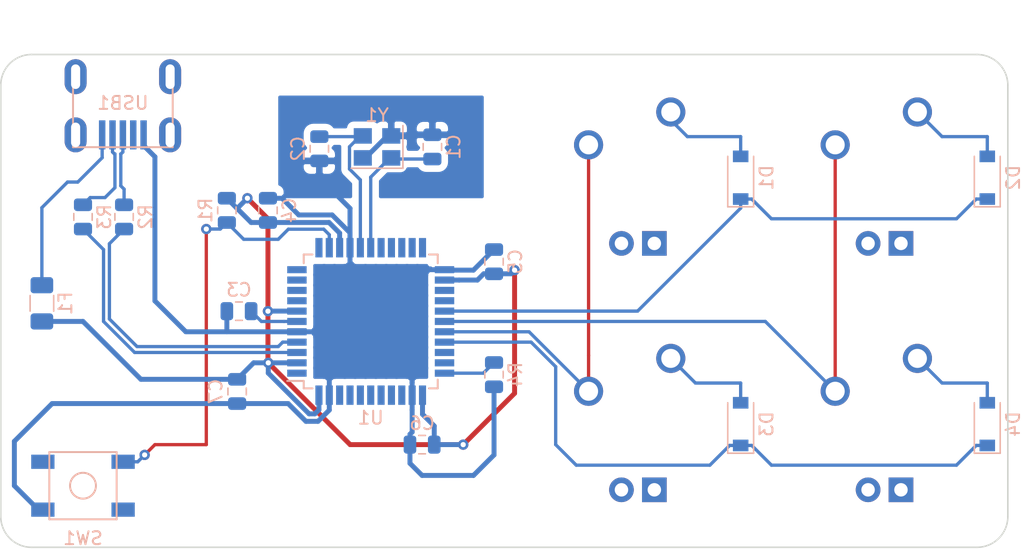
<source format=kicad_pcb>
(kicad_pcb (version 20171130) (host pcbnew "(5.1.4)-1")

  (general
    (thickness 1.6)
    (drawings 8)
    (tracks 219)
    (zones 0)
    (modules 24)
    (nets 22)
  )

  (page A4)
  (layers
    (0 F.Cu signal)
    (31 B.Cu signal)
    (32 B.Adhes user)
    (33 F.Adhes user)
    (34 B.Paste user)
    (35 F.Paste user)
    (36 B.SilkS user)
    (37 F.SilkS user)
    (38 B.Mask user)
    (39 F.Mask user)
    (40 Dwgs.User user)
    (41 Cmts.User user)
    (42 Eco1.User user)
    (43 Eco2.User user)
    (44 Edge.Cuts user)
    (45 Margin user)
    (46 B.CrtYd user)
    (47 F.CrtYd user)
    (48 B.Fab user)
    (49 F.Fab user)
  )

  (setup
    (last_trace_width 0.254)
    (trace_clearance 0.2)
    (zone_clearance 0.508)
    (zone_45_only no)
    (trace_min 0)
    (via_size 0.8)
    (via_drill 0.4)
    (via_min_size 0.4)
    (via_min_drill 0.3)
    (uvia_size 0.3)
    (uvia_drill 0.1)
    (uvias_allowed no)
    (uvia_min_size 0.2)
    (uvia_min_drill 0.1)
    (edge_width 0.05)
    (segment_width 0.2)
    (pcb_text_width 0.3)
    (pcb_text_size 1.5 1.5)
    (mod_edge_width 0.12)
    (mod_text_size 1 1)
    (mod_text_width 0.15)
    (pad_size 2.831378 2.25)
    (pad_drill 1.47)
    (pad_to_mask_clearance 0.051)
    (solder_mask_min_width 0.25)
    (aux_axis_origin 0 0)
    (visible_elements 7FFFFFFF)
    (pcbplotparams
      (layerselection 0x010f0_ffffffff)
      (usegerberextensions true)
      (usegerberattributes false)
      (usegerberadvancedattributes false)
      (creategerberjobfile false)
      (excludeedgelayer true)
      (linewidth 0.100000)
      (plotframeref false)
      (viasonmask false)
      (mode 1)
      (useauxorigin false)
      (hpglpennumber 1)
      (hpglpenspeed 20)
      (hpglpendiameter 15.000000)
      (psnegative false)
      (psa4output false)
      (plotreference true)
      (plotvalue true)
      (plotinvisibletext false)
      (padsonsilk false)
      (subtractmaskfromsilk true)
      (outputformat 1)
      (mirror false)
      (drillshape 0)
      (scaleselection 1)
      (outputdirectory "Gerbers"))
  )

  (net 0 "")
  (net 1 GND)
  (net 2 "Net-(C1-Pad1)")
  (net 3 "Net-(C2-Pad1)")
  (net 4 "Net-(C3-Pad1)")
  (net 5 +5V)
  (net 6 "Net-(D1-Pad2)")
  (net 7 ROW0)
  (net 8 "Net-(D2-Pad2)")
  (net 9 "Net-(D3-Pad2)")
  (net 10 ROW1)
  (net 11 "Net-(D4-Pad2)")
  (net 12 VCC)
  (net 13 "Net-(R1-Pad2)")
  (net 14 D+)
  (net 15 "Net-(R2-Pad1)")
  (net 16 D-)
  (net 17 "Net-(R3-Pad1)")
  (net 18 "Net-(R4-Pad2)")
  (net 19 COL0)
  (net 20 COL1)
  (net 21 "Net-(USB1-Pad6)")

  (net_class Default "This is the default net class."
    (clearance 0.2)
    (trace_width 0.254)
    (via_dia 0.8)
    (via_drill 0.4)
    (uvia_dia 0.3)
    (uvia_drill 0.1)
    (add_net COL0)
    (add_net COL1)
    (add_net D+)
    (add_net D-)
    (add_net "Net-(C1-Pad1)")
    (add_net "Net-(C2-Pad1)")
    (add_net "Net-(C3-Pad1)")
    (add_net "Net-(D1-Pad2)")
    (add_net "Net-(D2-Pad2)")
    (add_net "Net-(D3-Pad2)")
    (add_net "Net-(D4-Pad2)")
    (add_net "Net-(R1-Pad2)")
    (add_net "Net-(R2-Pad1)")
    (add_net "Net-(R3-Pad1)")
    (add_net "Net-(R4-Pad2)")
    (add_net "Net-(USB1-Pad6)")
    (add_net ROW0)
    (add_net ROW1)
    (add_net VCC)
  )

  (net_class Power ""
    (clearance 0.2)
    (trace_width 0.381)
    (via_dia 0.8)
    (via_drill 0.4)
    (uvia_dia 0.3)
    (uvia_drill 0.1)
    (add_net +5V)
    (add_net GND)
  )

  (module random-keyboard-parts:Molex-0548190589 (layer B.Cu) (tedit 5C494815) (tstamp 5FCB180F)
    (at 174.531 27.178 270)
    (path /5FC20C0B)
    (attr smd)
    (fp_text reference USB1 (at 2.032 0) (layer B.SilkS)
      (effects (font (size 1 1) (thickness 0.15)) (justify mirror))
    )
    (fp_text value Molex-0548190589 (at -5.08 0) (layer Dwgs.User)
      (effects (font (size 1 1) (thickness 0.15)))
    )
    (fp_text user %R (at 2 0) (layer B.CrtYd)
      (effects (font (size 1 1) (thickness 0.15)) (justify mirror))
    )
    (fp_line (start 3.25 1.25) (end 5.5 1.25) (layer B.CrtYd) (width 0.15))
    (fp_line (start 5.5 0.5) (end 3.25 0.5) (layer B.CrtYd) (width 0.15))
    (fp_line (start 3.25 -0.5) (end 5.5 -0.5) (layer B.CrtYd) (width 0.15))
    (fp_line (start 5.5 -1.25) (end 3.25 -1.25) (layer B.CrtYd) (width 0.15))
    (fp_line (start 3.25 -2) (end 5.5 -2) (layer B.CrtYd) (width 0.15))
    (fp_line (start 3.25 2) (end 3.25 -2) (layer B.CrtYd) (width 0.15))
    (fp_line (start 5.5 2) (end 3.25 2) (layer B.CrtYd) (width 0.15))
    (fp_line (start -3.75 -3.75) (end -3.75 3.75) (layer B.CrtYd) (width 0.15))
    (fp_line (start 5.5 -3.75) (end -3.75 -3.75) (layer B.CrtYd) (width 0.15))
    (fp_line (start 5.5 3.75) (end 5.5 -3.75) (layer B.CrtYd) (width 0.15))
    (fp_line (start -3.75 3.75) (end 5.5 3.75) (layer B.CrtYd) (width 0.15))
    (fp_line (start 0 3.85) (end 5.45 3.85) (layer B.SilkS) (width 0.15))
    (fp_line (start 0 -3.85) (end 5.45 -3.85) (layer B.SilkS) (width 0.15))
    (fp_line (start 5.45 3.85) (end 5.45 -3.85) (layer B.SilkS) (width 0.15))
    (fp_line (start -3.75 3.85) (end 0 3.85) (layer Dwgs.User) (width 0.15))
    (fp_line (start -3.75 -3.85) (end 0 -3.85) (layer Dwgs.User) (width 0.15))
    (fp_line (start -1.75 4.572) (end -1.75 -4.572) (layer Dwgs.User) (width 0.15))
    (fp_line (start -3.75 3.85) (end -3.75 -3.85) (layer Dwgs.User) (width 0.15))
    (pad 6 thru_hole oval (at 0 3.65 270) (size 2.7 1.7) (drill oval 1.9 0.7) (layers *.Cu *.Mask)
      (net 21 "Net-(USB1-Pad6)"))
    (pad 6 thru_hole oval (at 0 -3.65 270) (size 2.7 1.7) (drill oval 1.9 0.7) (layers *.Cu *.Mask)
      (net 21 "Net-(USB1-Pad6)"))
    (pad 6 thru_hole oval (at 4.5 -3.65 270) (size 2.7 1.7) (drill oval 1.9 0.7) (layers *.Cu *.Mask)
      (net 21 "Net-(USB1-Pad6)"))
    (pad 6 thru_hole oval (at 4.5 3.65 270) (size 2.7 1.7) (drill oval 1.9 0.7) (layers *.Cu *.Mask)
      (net 21 "Net-(USB1-Pad6)"))
    (pad 5 smd rect (at 4.5 1.6 270) (size 2.25 0.5) (layers B.Cu B.Paste B.Mask)
      (net 12 VCC))
    (pad 4 smd rect (at 4.5 0.8 270) (size 2.25 0.5) (layers B.Cu B.Paste B.Mask)
      (net 16 D-))
    (pad 3 smd rect (at 4.5 0 270) (size 2.25 0.5) (layers B.Cu B.Paste B.Mask)
      (net 14 D+))
    (pad 2 smd rect (at 4.5 -0.8 270) (size 2.25 0.5) (layers B.Cu B.Paste B.Mask))
    (pad 1 smd rect (at 4.5 -1.6 270) (size 2.25 0.5) (layers B.Cu B.Paste B.Mask)
      (net 1 GND))
  )

  (module MX_Only:MXOnly-1U (layer F.Cu) (tedit 5AC9901D) (tstamp 5FC66381)
    (at 233.3625 54.0385)
    (path /5FC37334)
    (fp_text reference MX4 (at 0 3.175) (layer Dwgs.User)
      (effects (font (size 1 1) (thickness 0.15)))
    )
    (fp_text value MX-NoLED (at 0 -7.9375) (layer Dwgs.User)
      (effects (font (size 1 1) (thickness 0.15)))
    )
    (fp_line (start -9.525 9.525) (end -9.525 -9.525) (layer Dwgs.User) (width 0.15))
    (fp_line (start 9.525 9.525) (end -9.525 9.525) (layer Dwgs.User) (width 0.15))
    (fp_line (start 9.525 -9.525) (end 9.525 9.525) (layer Dwgs.User) (width 0.15))
    (fp_line (start -9.525 -9.525) (end 9.525 -9.525) (layer Dwgs.User) (width 0.15))
    (fp_line (start -7 -7) (end -7 -5) (layer Dwgs.User) (width 0.15))
    (fp_line (start -5 -7) (end -7 -7) (layer Dwgs.User) (width 0.15))
    (fp_line (start -7 7) (end -5 7) (layer Dwgs.User) (width 0.15))
    (fp_line (start -7 5) (end -7 7) (layer Dwgs.User) (width 0.15))
    (fp_line (start 7 7) (end 7 5) (layer Dwgs.User) (width 0.15))
    (fp_line (start 5 7) (end 7 7) (layer Dwgs.User) (width 0.15))
    (fp_line (start 7 -7) (end 7 -5) (layer Dwgs.User) (width 0.15))
    (fp_line (start 5 -7) (end 7 -7) (layer Dwgs.User) (width 0.15))
    (pad "" np_thru_hole circle (at 5.08 0 48.0996) (size 1.75 1.75) (drill 1.75) (layers *.Cu *.Mask))
    (pad "" np_thru_hole circle (at -5.08 0 48.0996) (size 1.75 1.75) (drill 1.75) (layers *.Cu *.Mask))
    (pad 4 thru_hole rect (at 1.27 5.08) (size 1.905 1.905) (drill 1.04) (layers *.Cu B.Mask))
    (pad 3 thru_hole circle (at -1.27 5.08) (size 1.905 1.905) (drill 1.04) (layers *.Cu B.Mask))
    (pad 1 thru_hole circle (at -3.81 -2.54) (size 2.25 2.25) (drill 1.47) (layers *.Cu B.Mask)
      (net 20 COL1))
    (pad "" np_thru_hole circle (at 0 0) (size 3.9878 3.9878) (drill 3.9878) (layers *.Cu *.Mask))
    (pad 2 thru_hole circle (at 2.54 -5.08) (size 2.25 2.25) (drill 1.47) (layers *.Cu B.Mask)
      (net 11 "Net-(D4-Pad2)"))
  )

  (module MX_Only:MXOnly-1U (layer F.Cu) (tedit 5AC9901D) (tstamp 5FC6636A)
    (at 214.3125 54.0385)
    (path /5FC3649A)
    (fp_text reference MX3 (at 0 3.175) (layer Dwgs.User)
      (effects (font (size 1 1) (thickness 0.15)))
    )
    (fp_text value MX-NoLED (at 0 -7.9375) (layer Dwgs.User)
      (effects (font (size 1 1) (thickness 0.15)))
    )
    (fp_line (start -9.525 9.525) (end -9.525 -9.525) (layer Dwgs.User) (width 0.15))
    (fp_line (start 9.525 9.525) (end -9.525 9.525) (layer Dwgs.User) (width 0.15))
    (fp_line (start 9.525 -9.525) (end 9.525 9.525) (layer Dwgs.User) (width 0.15))
    (fp_line (start -9.525 -9.525) (end 9.525 -9.525) (layer Dwgs.User) (width 0.15))
    (fp_line (start -7 -7) (end -7 -5) (layer Dwgs.User) (width 0.15))
    (fp_line (start -5 -7) (end -7 -7) (layer Dwgs.User) (width 0.15))
    (fp_line (start -7 7) (end -5 7) (layer Dwgs.User) (width 0.15))
    (fp_line (start -7 5) (end -7 7) (layer Dwgs.User) (width 0.15))
    (fp_line (start 7 7) (end 7 5) (layer Dwgs.User) (width 0.15))
    (fp_line (start 5 7) (end 7 7) (layer Dwgs.User) (width 0.15))
    (fp_line (start 7 -7) (end 7 -5) (layer Dwgs.User) (width 0.15))
    (fp_line (start 5 -7) (end 7 -7) (layer Dwgs.User) (width 0.15))
    (pad "" np_thru_hole circle (at 5.08 0 48.0996) (size 1.75 1.75) (drill 1.75) (layers *.Cu *.Mask))
    (pad "" np_thru_hole circle (at -5.08 0 48.0996) (size 1.75 1.75) (drill 1.75) (layers *.Cu *.Mask))
    (pad 4 thru_hole rect (at 1.27 5.08) (size 1.905 1.905) (drill 1.04) (layers *.Cu B.Mask))
    (pad 3 thru_hole circle (at -1.27 5.08) (size 1.905 1.905) (drill 1.04) (layers *.Cu B.Mask))
    (pad 1 thru_hole circle (at -3.81 -2.54) (size 2.25 2.25) (drill 1.47) (layers *.Cu B.Mask)
      (net 19 COL0))
    (pad "" np_thru_hole circle (at 0 0) (size 3.9878 3.9878) (drill 3.9878) (layers *.Cu *.Mask))
    (pad 2 thru_hole circle (at 2.54 -5.08) (size 2.25 2.25) (drill 1.47) (layers *.Cu B.Mask)
      (net 9 "Net-(D3-Pad2)"))
  )

  (module MX_Only:MXOnly-1U (layer F.Cu) (tedit 5AC9901D) (tstamp 5FC66353)
    (at 233.3625 34.9885)
    (path /5FC3555D)
    (fp_text reference MX2 (at 0 3.175) (layer Dwgs.User)
      (effects (font (size 1 1) (thickness 0.15)))
    )
    (fp_text value MX-NoLED (at 0 -7.9375) (layer Dwgs.User)
      (effects (font (size 1 1) (thickness 0.15)))
    )
    (fp_line (start -9.525 9.525) (end -9.525 -9.525) (layer Dwgs.User) (width 0.15))
    (fp_line (start 9.525 9.525) (end -9.525 9.525) (layer Dwgs.User) (width 0.15))
    (fp_line (start 9.525 -9.525) (end 9.525 9.525) (layer Dwgs.User) (width 0.15))
    (fp_line (start -9.525 -9.525) (end 9.525 -9.525) (layer Dwgs.User) (width 0.15))
    (fp_line (start -7 -7) (end -7 -5) (layer Dwgs.User) (width 0.15))
    (fp_line (start -5 -7) (end -7 -7) (layer Dwgs.User) (width 0.15))
    (fp_line (start -7 7) (end -5 7) (layer Dwgs.User) (width 0.15))
    (fp_line (start -7 5) (end -7 7) (layer Dwgs.User) (width 0.15))
    (fp_line (start 7 7) (end 7 5) (layer Dwgs.User) (width 0.15))
    (fp_line (start 5 7) (end 7 7) (layer Dwgs.User) (width 0.15))
    (fp_line (start 7 -7) (end 7 -5) (layer Dwgs.User) (width 0.15))
    (fp_line (start 5 -7) (end 7 -7) (layer Dwgs.User) (width 0.15))
    (pad "" np_thru_hole circle (at 5.08 0 48.0996) (size 1.75 1.75) (drill 1.75) (layers *.Cu *.Mask))
    (pad "" np_thru_hole circle (at -5.08 0 48.0996) (size 1.75 1.75) (drill 1.75) (layers *.Cu *.Mask))
    (pad 4 thru_hole rect (at 1.27 5.08) (size 1.905 1.905) (drill 1.04) (layers *.Cu B.Mask))
    (pad 3 thru_hole circle (at -1.27 5.08) (size 1.905 1.905) (drill 1.04) (layers *.Cu B.Mask))
    (pad 1 thru_hole circle (at -3.81 -2.54) (size 2.25 2.25) (drill 1.47) (layers *.Cu B.Mask)
      (net 20 COL1))
    (pad "" np_thru_hole circle (at 0 0) (size 3.9878 3.9878) (drill 3.9878) (layers *.Cu *.Mask))
    (pad 2 thru_hole circle (at 2.54 -5.08) (size 2.25 2.25) (drill 1.47) (layers *.Cu B.Mask)
      (net 8 "Net-(D2-Pad2)"))
  )

  (module MX_Only:MXOnly-1U (layer F.Cu) (tedit 5AC9901D) (tstamp 5FC69A1C)
    (at 214.3125 34.9885)
    (path /5FC2BBDC)
    (fp_text reference MX1 (at 0 3.175) (layer Dwgs.User)
      (effects (font (size 1 1) (thickness 0.15)))
    )
    (fp_text value MX-NoLED (at 0 -7.9375) (layer Dwgs.User)
      (effects (font (size 1 1) (thickness 0.15)))
    )
    (fp_line (start -9.525 9.525) (end -9.525 -9.525) (layer Dwgs.User) (width 0.15))
    (fp_line (start 9.525 9.525) (end -9.525 9.525) (layer Dwgs.User) (width 0.15))
    (fp_line (start 9.525 -9.525) (end 9.525 9.525) (layer Dwgs.User) (width 0.15))
    (fp_line (start -9.525 -9.525) (end 9.525 -9.525) (layer Dwgs.User) (width 0.15))
    (fp_line (start -7 -7) (end -7 -5) (layer Dwgs.User) (width 0.15))
    (fp_line (start -5 -7) (end -7 -7) (layer Dwgs.User) (width 0.15))
    (fp_line (start -7 7) (end -5 7) (layer Dwgs.User) (width 0.15))
    (fp_line (start -7 5) (end -7 7) (layer Dwgs.User) (width 0.15))
    (fp_line (start 7 7) (end 7 5) (layer Dwgs.User) (width 0.15))
    (fp_line (start 5 7) (end 7 7) (layer Dwgs.User) (width 0.15))
    (fp_line (start 7 -7) (end 7 -5) (layer Dwgs.User) (width 0.15))
    (fp_line (start 5 -7) (end 7 -7) (layer Dwgs.User) (width 0.15))
    (pad "" np_thru_hole circle (at 5.08 0 48.0996) (size 1.75 1.75) (drill 1.75) (layers *.Cu *.Mask))
    (pad "" np_thru_hole circle (at -5.08 0 48.0996) (size 1.75 1.75) (drill 1.75) (layers *.Cu *.Mask))
    (pad 4 thru_hole rect (at 1.27 5.08) (size 1.905 1.905) (drill 1.04) (layers *.Cu B.Mask))
    (pad 3 thru_hole circle (at -1.27 5.08) (size 1.905 1.905) (drill 1.04) (layers *.Cu B.Mask))
    (pad 1 thru_hole circle (at -3.81 -2.54) (size 2.25 2.25) (drill 1.47) (layers *.Cu B.Mask)
      (net 19 COL0))
    (pad "" np_thru_hole circle (at 0 0) (size 3.9878 3.9878) (drill 3.9878) (layers *.Cu *.Mask))
    (pad 2 thru_hole circle (at 2.54 -5.08) (size 2.25 2.25) (drill 1.47) (layers *.Cu B.Mask)
      (net 6 "Net-(D1-Pad2)"))
  )

  (module Crystal:Crystal_SMD_3225-4Pin_3.2x2.5mm (layer B.Cu) (tedit 5A0FD1B2) (tstamp 5FC5F051)
    (at 194.1625 32.60725 180)
    (descr "SMD Crystal SERIES SMD3225/4 http://www.txccrystal.com/images/pdf/7m-accuracy.pdf, 3.2x2.5mm^2 package")
    (tags "SMD SMT crystal")
    (path /5FC0D0A8)
    (attr smd)
    (fp_text reference Y1 (at 0 2.45) (layer B.SilkS)
      (effects (font (size 1 1) (thickness 0.15)) (justify mirror))
    )
    (fp_text value 16Mhz (at 0 -2.45) (layer B.Fab)
      (effects (font (size 1 1) (thickness 0.15)) (justify mirror))
    )
    (fp_line (start 2.1 1.7) (end -2.1 1.7) (layer B.CrtYd) (width 0.05))
    (fp_line (start 2.1 -1.7) (end 2.1 1.7) (layer B.CrtYd) (width 0.05))
    (fp_line (start -2.1 -1.7) (end 2.1 -1.7) (layer B.CrtYd) (width 0.05))
    (fp_line (start -2.1 1.7) (end -2.1 -1.7) (layer B.CrtYd) (width 0.05))
    (fp_line (start -2 -1.65) (end 2 -1.65) (layer B.SilkS) (width 0.12))
    (fp_line (start -2 1.65) (end -2 -1.65) (layer B.SilkS) (width 0.12))
    (fp_line (start -1.6 -0.25) (end -0.6 -1.25) (layer B.Fab) (width 0.1))
    (fp_line (start 1.6 1.25) (end -1.6 1.25) (layer B.Fab) (width 0.1))
    (fp_line (start 1.6 -1.25) (end 1.6 1.25) (layer B.Fab) (width 0.1))
    (fp_line (start -1.6 -1.25) (end 1.6 -1.25) (layer B.Fab) (width 0.1))
    (fp_line (start -1.6 1.25) (end -1.6 -1.25) (layer B.Fab) (width 0.1))
    (fp_text user %R (at 0 0) (layer B.Fab)
      (effects (font (size 0.7 0.7) (thickness 0.105)) (justify mirror))
    )
    (pad 4 smd rect (at -1.1 0.85 180) (size 1.4 1.2) (layers B.Cu B.Paste B.Mask)
      (net 1 GND))
    (pad 3 smd rect (at 1.1 0.85 180) (size 1.4 1.2) (layers B.Cu B.Paste B.Mask)
      (net 3 "Net-(C2-Pad1)"))
    (pad 2 smd rect (at 1.1 -0.85 180) (size 1.4 1.2) (layers B.Cu B.Paste B.Mask)
      (net 1 GND))
    (pad 1 smd rect (at -1.1 -0.85 180) (size 1.4 1.2) (layers B.Cu B.Paste B.Mask)
      (net 2 "Net-(C1-Pad1)"))
    (model ${KISYS3DMOD}/Crystal.3dshapes/Crystal_SMD_3225-4Pin_3.2x2.5mm.wrl
      (at (xyz 0 0 0))
      (scale (xyz 1 1 1))
      (rotate (xyz 0 0 0))
    )
  )

  (module Package_QFP:TQFP-44_10x10mm_P0.8mm (layer B.Cu) (tedit 5A02F146) (tstamp 5FC5F01D)
    (at 193.675 46.101)
    (descr "44-Lead Plastic Thin Quad Flatpack (PT) - 10x10x1.0 mm Body [TQFP] (see Microchip Packaging Specification 00000049BS.pdf)")
    (tags "QFP 0.8")
    (path /5FBDBB46)
    (attr smd)
    (fp_text reference U1 (at 0 7.45) (layer B.SilkS)
      (effects (font (size 1 1) (thickness 0.15)) (justify mirror))
    )
    (fp_text value ATmega32U4-AU (at 0 -7.45) (layer B.Fab)
      (effects (font (size 1 1) (thickness 0.15)) (justify mirror))
    )
    (fp_line (start -5.175 4.6) (end -6.45 4.6) (layer B.SilkS) (width 0.15))
    (fp_line (start 5.175 5.175) (end 4.5 5.175) (layer B.SilkS) (width 0.15))
    (fp_line (start 5.175 -5.175) (end 4.5 -5.175) (layer B.SilkS) (width 0.15))
    (fp_line (start -5.175 -5.175) (end -4.5 -5.175) (layer B.SilkS) (width 0.15))
    (fp_line (start -5.175 5.175) (end -4.5 5.175) (layer B.SilkS) (width 0.15))
    (fp_line (start -5.175 -5.175) (end -5.175 -4.5) (layer B.SilkS) (width 0.15))
    (fp_line (start 5.175 -5.175) (end 5.175 -4.5) (layer B.SilkS) (width 0.15))
    (fp_line (start 5.175 5.175) (end 5.175 4.5) (layer B.SilkS) (width 0.15))
    (fp_line (start -5.175 5.175) (end -5.175 4.6) (layer B.SilkS) (width 0.15))
    (fp_line (start -6.7 -6.7) (end 6.7 -6.7) (layer B.CrtYd) (width 0.05))
    (fp_line (start -6.7 6.7) (end 6.7 6.7) (layer B.CrtYd) (width 0.05))
    (fp_line (start 6.7 6.7) (end 6.7 -6.7) (layer B.CrtYd) (width 0.05))
    (fp_line (start -6.7 6.7) (end -6.7 -6.7) (layer B.CrtYd) (width 0.05))
    (fp_line (start -5 4) (end -4 5) (layer B.Fab) (width 0.15))
    (fp_line (start -5 -5) (end -5 4) (layer B.Fab) (width 0.15))
    (fp_line (start 5 -5) (end -5 -5) (layer B.Fab) (width 0.15))
    (fp_line (start 5 5) (end 5 -5) (layer B.Fab) (width 0.15))
    (fp_line (start -4 5) (end 5 5) (layer B.Fab) (width 0.15))
    (fp_text user %R (at 0.0125 0.14375) (layer B.Fab)
      (effects (font (size 1 1) (thickness 0.15)) (justify mirror))
    )
    (pad 44 smd rect (at -4 5.7 270) (size 1.5 0.55) (layers B.Cu B.Paste B.Mask)
      (net 5 +5V))
    (pad 43 smd rect (at -3.2 5.7 270) (size 1.5 0.55) (layers B.Cu B.Paste B.Mask)
      (net 1 GND))
    (pad 42 smd rect (at -2.4 5.7 270) (size 1.5 0.55) (layers B.Cu B.Paste B.Mask))
    (pad 41 smd rect (at -1.6 5.7 270) (size 1.5 0.55) (layers B.Cu B.Paste B.Mask))
    (pad 40 smd rect (at -0.8 5.7 270) (size 1.5 0.55) (layers B.Cu B.Paste B.Mask))
    (pad 39 smd rect (at 0 5.7 270) (size 1.5 0.55) (layers B.Cu B.Paste B.Mask))
    (pad 38 smd rect (at 0.8 5.7 270) (size 1.5 0.55) (layers B.Cu B.Paste B.Mask))
    (pad 37 smd rect (at 1.6 5.7 270) (size 1.5 0.55) (layers B.Cu B.Paste B.Mask))
    (pad 36 smd rect (at 2.4 5.7 270) (size 1.5 0.55) (layers B.Cu B.Paste B.Mask))
    (pad 35 smd rect (at 3.2 5.7 270) (size 1.5 0.55) (layers B.Cu B.Paste B.Mask)
      (net 1 GND))
    (pad 34 smd rect (at 4 5.7 270) (size 1.5 0.55) (layers B.Cu B.Paste B.Mask)
      (net 5 +5V))
    (pad 33 smd rect (at 5.7 4) (size 1.5 0.55) (layers B.Cu B.Paste B.Mask)
      (net 18 "Net-(R4-Pad2)"))
    (pad 32 smd rect (at 5.7 3.2) (size 1.5 0.55) (layers B.Cu B.Paste B.Mask))
    (pad 31 smd rect (at 5.7 2.4) (size 1.5 0.55) (layers B.Cu B.Paste B.Mask))
    (pad 30 smd rect (at 5.7 1.6) (size 1.5 0.55) (layers B.Cu B.Paste B.Mask)
      (net 10 ROW1))
    (pad 29 smd rect (at 5.7 0.8) (size 1.5 0.55) (layers B.Cu B.Paste B.Mask)
      (net 19 COL0))
    (pad 28 smd rect (at 5.7 0) (size 1.5 0.55) (layers B.Cu B.Paste B.Mask)
      (net 20 COL1))
    (pad 27 smd rect (at 5.7 -0.8) (size 1.5 0.55) (layers B.Cu B.Paste B.Mask)
      (net 7 ROW0))
    (pad 26 smd rect (at 5.7 -1.6) (size 1.5 0.55) (layers B.Cu B.Paste B.Mask))
    (pad 25 smd rect (at 5.7 -2.4) (size 1.5 0.55) (layers B.Cu B.Paste B.Mask))
    (pad 24 smd rect (at 5.7 -3.2) (size 1.5 0.55) (layers B.Cu B.Paste B.Mask)
      (net 5 +5V))
    (pad 23 smd rect (at 5.7 -4) (size 1.5 0.55) (layers B.Cu B.Paste B.Mask)
      (net 1 GND))
    (pad 22 smd rect (at 4 -5.7 270) (size 1.5 0.55) (layers B.Cu B.Paste B.Mask))
    (pad 21 smd rect (at 3.2 -5.7 270) (size 1.5 0.55) (layers B.Cu B.Paste B.Mask))
    (pad 20 smd rect (at 2.4 -5.7 270) (size 1.5 0.55) (layers B.Cu B.Paste B.Mask))
    (pad 19 smd rect (at 1.6 -5.7 270) (size 1.5 0.55) (layers B.Cu B.Paste B.Mask))
    (pad 18 smd rect (at 0.8 -5.7 270) (size 1.5 0.55) (layers B.Cu B.Paste B.Mask))
    (pad 17 smd rect (at 0 -5.7 270) (size 1.5 0.55) (layers B.Cu B.Paste B.Mask)
      (net 2 "Net-(C1-Pad1)"))
    (pad 16 smd rect (at -0.8 -5.7 270) (size 1.5 0.55) (layers B.Cu B.Paste B.Mask)
      (net 3 "Net-(C2-Pad1)"))
    (pad 15 smd rect (at -1.6 -5.7 270) (size 1.5 0.55) (layers B.Cu B.Paste B.Mask)
      (net 1 GND))
    (pad 14 smd rect (at -2.4 -5.7 270) (size 1.5 0.55) (layers B.Cu B.Paste B.Mask)
      (net 5 +5V))
    (pad 13 smd rect (at -3.2 -5.7 270) (size 1.5 0.55) (layers B.Cu B.Paste B.Mask)
      (net 13 "Net-(R1-Pad2)"))
    (pad 12 smd rect (at -4 -5.7 270) (size 1.5 0.55) (layers B.Cu B.Paste B.Mask))
    (pad 11 smd rect (at -5.7 -4) (size 1.5 0.55) (layers B.Cu B.Paste B.Mask))
    (pad 10 smd rect (at -5.7 -3.2) (size 1.5 0.55) (layers B.Cu B.Paste B.Mask))
    (pad 9 smd rect (at -5.7 -2.4) (size 1.5 0.55) (layers B.Cu B.Paste B.Mask))
    (pad 8 smd rect (at -5.7 -1.6) (size 1.5 0.55) (layers B.Cu B.Paste B.Mask))
    (pad 7 smd rect (at -5.7 -0.8) (size 1.5 0.55) (layers B.Cu B.Paste B.Mask)
      (net 5 +5V))
    (pad 6 smd rect (at -5.7 0) (size 1.5 0.55) (layers B.Cu B.Paste B.Mask)
      (net 4 "Net-(C3-Pad1)"))
    (pad 5 smd rect (at -5.7 0.8) (size 1.5 0.55) (layers B.Cu B.Paste B.Mask)
      (net 1 GND))
    (pad 4 smd rect (at -5.7 1.6) (size 1.5 0.55) (layers B.Cu B.Paste B.Mask)
      (net 15 "Net-(R2-Pad1)"))
    (pad 3 smd rect (at -5.7 2.4) (size 1.5 0.55) (layers B.Cu B.Paste B.Mask)
      (net 17 "Net-(R3-Pad1)"))
    (pad 2 smd rect (at -5.7 3.2) (size 1.5 0.55) (layers B.Cu B.Paste B.Mask)
      (net 5 +5V))
    (pad 1 smd rect (at -5.7 4) (size 1.5 0.55) (layers B.Cu B.Paste B.Mask))
    (model ${KISYS3DMOD}/Package_QFP.3dshapes/TQFP-44_10x10mm_P0.8mm.wrl
      (at (xyz 0 0 0))
      (scale (xyz 1 1 1))
      (rotate (xyz 0 0 0))
    )
  )

  (module random-keyboard-parts:SKQG-1155865 (layer B.Cu) (tedit 5E62B398) (tstamp 5FC5EFDA)
    (at 171.45 58.801 180)
    (path /5FC19520)
    (attr smd)
    (fp_text reference SW1 (at 0 -4.064) (layer B.SilkS)
      (effects (font (size 1 1) (thickness 0.15)) (justify mirror))
    )
    (fp_text value SW_Push (at 0 4.064) (layer B.Fab)
      (effects (font (size 1 1) (thickness 0.15)) (justify mirror))
    )
    (fp_line (start -2.6 2.6) (end 2.6 2.6) (layer B.SilkS) (width 0.15))
    (fp_line (start 2.6 2.6) (end 2.6 -2.6) (layer B.SilkS) (width 0.15))
    (fp_line (start 2.6 -2.6) (end -2.6 -2.6) (layer B.SilkS) (width 0.15))
    (fp_line (start -2.6 -2.6) (end -2.6 2.6) (layer B.SilkS) (width 0.15))
    (fp_circle (center 0 0) (end 1 0) (layer B.SilkS) (width 0.15))
    (fp_line (start -4.2 2.6) (end 4.2 2.6) (layer B.Fab) (width 0.15))
    (fp_line (start 4.2 2.6) (end 4.2 1.2) (layer B.Fab) (width 0.15))
    (fp_line (start 4.2 1.1) (end 2.6 1.1) (layer B.Fab) (width 0.15))
    (fp_line (start 2.6 1.1) (end 2.6 -1.1) (layer B.Fab) (width 0.15))
    (fp_line (start 2.6 -1.1) (end 4.2 -1.1) (layer B.Fab) (width 0.15))
    (fp_line (start 4.2 -1.1) (end 4.2 -2.6) (layer B.Fab) (width 0.15))
    (fp_line (start 4.2 -2.6) (end -4.2 -2.6) (layer B.Fab) (width 0.15))
    (fp_line (start -4.2 -2.6) (end -4.2 -1.1) (layer B.Fab) (width 0.15))
    (fp_line (start -4.2 -1.1) (end -2.6 -1.1) (layer B.Fab) (width 0.15))
    (fp_line (start -2.6 -1.1) (end -2.6 1.1) (layer B.Fab) (width 0.15))
    (fp_line (start -2.6 1.1) (end -4.2 1.1) (layer B.Fab) (width 0.15))
    (fp_line (start -4.2 1.1) (end -4.2 2.6) (layer B.Fab) (width 0.15))
    (fp_circle (center 0 0) (end 1 0) (layer B.Fab) (width 0.15))
    (fp_line (start -2.6 1.1) (end -1.1 2.6) (layer B.Fab) (width 0.15))
    (fp_line (start 2.6 1.1) (end 1.1 2.6) (layer B.Fab) (width 0.15))
    (fp_line (start 2.6 -1.1) (end 1.1 -2.6) (layer B.Fab) (width 0.15))
    (fp_line (start -2.6 -1.1) (end -1.1 -2.6) (layer B.Fab) (width 0.15))
    (pad 4 smd rect (at -3.1 -1.85 180) (size 1.8 1.1) (layers B.Cu B.Paste B.Mask))
    (pad 3 smd rect (at 3.1 1.85 180) (size 1.8 1.1) (layers B.Cu B.Paste B.Mask))
    (pad 2 smd rect (at -3.1 1.85 180) (size 1.8 1.1) (layers B.Cu B.Paste B.Mask)
      (net 13 "Net-(R1-Pad2)"))
    (pad 1 smd rect (at 3.1 -1.85 180) (size 1.8 1.1) (layers B.Cu B.Paste B.Mask)
      (net 1 GND))
    (model ${KISYS3DMOD}/Button_Switch_SMD.3dshapes/SW_SPST_TL3342.step
      (at (xyz 0 0 0))
      (scale (xyz 1 1 1))
      (rotate (xyz 0 0 0))
    )
  )

  (module Resistor_SMD:R_0805_2012Metric (layer B.Cu) (tedit 5B36C52B) (tstamp 5FC5EFBC)
    (at 203.2 50.2135 90)
    (descr "Resistor SMD 0805 (2012 Metric), square (rectangular) end terminal, IPC_7351 nominal, (Body size source: https://docs.google.com/spreadsheets/d/1BsfQQcO9C6DZCsRaXUlFlo91Tg2WpOkGARC1WS5S8t0/edit?usp=sharing), generated with kicad-footprint-generator")
    (tags resistor)
    (path /5FBEB9A0)
    (attr smd)
    (fp_text reference R4 (at 0 1.65 270) (layer B.SilkS)
      (effects (font (size 1 1) (thickness 0.15)) (justify mirror))
    )
    (fp_text value 10K (at 0 -1.65 270) (layer B.Fab)
      (effects (font (size 1 1) (thickness 0.15)) (justify mirror))
    )
    (fp_text user %R (at 0 0 270) (layer B.Fab)
      (effects (font (size 0.5 0.5) (thickness 0.08)) (justify mirror))
    )
    (fp_line (start 1.68 -0.95) (end -1.68 -0.95) (layer B.CrtYd) (width 0.05))
    (fp_line (start 1.68 0.95) (end 1.68 -0.95) (layer B.CrtYd) (width 0.05))
    (fp_line (start -1.68 0.95) (end 1.68 0.95) (layer B.CrtYd) (width 0.05))
    (fp_line (start -1.68 -0.95) (end -1.68 0.95) (layer B.CrtYd) (width 0.05))
    (fp_line (start -0.258578 -0.71) (end 0.258578 -0.71) (layer B.SilkS) (width 0.12))
    (fp_line (start -0.258578 0.71) (end 0.258578 0.71) (layer B.SilkS) (width 0.12))
    (fp_line (start 1 -0.6) (end -1 -0.6) (layer B.Fab) (width 0.1))
    (fp_line (start 1 0.6) (end 1 -0.6) (layer B.Fab) (width 0.1))
    (fp_line (start -1 0.6) (end 1 0.6) (layer B.Fab) (width 0.1))
    (fp_line (start -1 -0.6) (end -1 0.6) (layer B.Fab) (width 0.1))
    (pad 2 smd roundrect (at 0.9375 0 90) (size 0.975 1.4) (layers B.Cu B.Paste B.Mask) (roundrect_rratio 0.25)
      (net 18 "Net-(R4-Pad2)"))
    (pad 1 smd roundrect (at -0.9375 0 90) (size 0.975 1.4) (layers B.Cu B.Paste B.Mask) (roundrect_rratio 0.25)
      (net 1 GND))
    (model ${KISYS3DMOD}/Resistor_SMD.3dshapes/R_0805_2012Metric.wrl
      (at (xyz 0 0 0))
      (scale (xyz 1 1 1))
      (rotate (xyz 0 0 0))
    )
  )

  (module Resistor_SMD:R_0805_2012Metric (layer B.Cu) (tedit 5B36C52B) (tstamp 5FC5EFAB)
    (at 171.45 38.01975 90)
    (descr "Resistor SMD 0805 (2012 Metric), square (rectangular) end terminal, IPC_7351 nominal, (Body size source: https://docs.google.com/spreadsheets/d/1BsfQQcO9C6DZCsRaXUlFlo91Tg2WpOkGARC1WS5S8t0/edit?usp=sharing), generated with kicad-footprint-generator")
    (tags resistor)
    (path /5FBEE7A3)
    (attr smd)
    (fp_text reference R3 (at 0 1.65 270) (layer B.SilkS)
      (effects (font (size 1 1) (thickness 0.15)) (justify mirror))
    )
    (fp_text value 22 (at 0 -1.65 270) (layer B.Fab)
      (effects (font (size 1 1) (thickness 0.15)) (justify mirror))
    )
    (fp_text user %R (at 0 0 90) (layer B.Fab)
      (effects (font (size 0.5 0.5) (thickness 0.08)) (justify mirror))
    )
    (fp_line (start 1.68 -0.95) (end -1.68 -0.95) (layer B.CrtYd) (width 0.05))
    (fp_line (start 1.68 0.95) (end 1.68 -0.95) (layer B.CrtYd) (width 0.05))
    (fp_line (start -1.68 0.95) (end 1.68 0.95) (layer B.CrtYd) (width 0.05))
    (fp_line (start -1.68 -0.95) (end -1.68 0.95) (layer B.CrtYd) (width 0.05))
    (fp_line (start -0.258578 -0.71) (end 0.258578 -0.71) (layer B.SilkS) (width 0.12))
    (fp_line (start -0.258578 0.71) (end 0.258578 0.71) (layer B.SilkS) (width 0.12))
    (fp_line (start 1 -0.6) (end -1 -0.6) (layer B.Fab) (width 0.1))
    (fp_line (start 1 0.6) (end 1 -0.6) (layer B.Fab) (width 0.1))
    (fp_line (start -1 0.6) (end 1 0.6) (layer B.Fab) (width 0.1))
    (fp_line (start -1 -0.6) (end -1 0.6) (layer B.Fab) (width 0.1))
    (pad 2 smd roundrect (at 0.9375 0 90) (size 0.975 1.4) (layers B.Cu B.Paste B.Mask) (roundrect_rratio 0.25)
      (net 16 D-))
    (pad 1 smd roundrect (at -0.9375 0 90) (size 0.975 1.4) (layers B.Cu B.Paste B.Mask) (roundrect_rratio 0.25)
      (net 17 "Net-(R3-Pad1)"))
    (model ${KISYS3DMOD}/Resistor_SMD.3dshapes/R_0805_2012Metric.wrl
      (at (xyz 0 0 0))
      (scale (xyz 1 1 1))
      (rotate (xyz 0 0 0))
    )
  )

  (module Resistor_SMD:R_0805_2012Metric (layer B.Cu) (tedit 5B36C52B) (tstamp 5FC9759D)
    (at 174.625 38.01975 90)
    (descr "Resistor SMD 0805 (2012 Metric), square (rectangular) end terminal, IPC_7351 nominal, (Body size source: https://docs.google.com/spreadsheets/d/1BsfQQcO9C6DZCsRaXUlFlo91Tg2WpOkGARC1WS5S8t0/edit?usp=sharing), generated with kicad-footprint-generator")
    (tags resistor)
    (path /5FBEC63A)
    (attr smd)
    (fp_text reference R2 (at 0 1.65 90) (layer B.SilkS)
      (effects (font (size 1 1) (thickness 0.15)) (justify mirror))
    )
    (fp_text value 22 (at 0 -1.65 90) (layer B.Fab)
      (effects (font (size 1 1) (thickness 0.15)) (justify mirror))
    )
    (fp_text user %R (at 0 0 90) (layer B.Fab)
      (effects (font (size 0.5 0.5) (thickness 0.08)) (justify mirror))
    )
    (fp_line (start 1.68 -0.95) (end -1.68 -0.95) (layer B.CrtYd) (width 0.05))
    (fp_line (start 1.68 0.95) (end 1.68 -0.95) (layer B.CrtYd) (width 0.05))
    (fp_line (start -1.68 0.95) (end 1.68 0.95) (layer B.CrtYd) (width 0.05))
    (fp_line (start -1.68 -0.95) (end -1.68 0.95) (layer B.CrtYd) (width 0.05))
    (fp_line (start -0.258578 -0.71) (end 0.258578 -0.71) (layer B.SilkS) (width 0.12))
    (fp_line (start -0.258578 0.71) (end 0.258578 0.71) (layer B.SilkS) (width 0.12))
    (fp_line (start 1 -0.6) (end -1 -0.6) (layer B.Fab) (width 0.1))
    (fp_line (start 1 0.6) (end 1 -0.6) (layer B.Fab) (width 0.1))
    (fp_line (start -1 0.6) (end 1 0.6) (layer B.Fab) (width 0.1))
    (fp_line (start -1 -0.6) (end -1 0.6) (layer B.Fab) (width 0.1))
    (pad 2 smd roundrect (at 0.9375 0 90) (size 0.975 1.4) (layers B.Cu B.Paste B.Mask) (roundrect_rratio 0.25)
      (net 14 D+))
    (pad 1 smd roundrect (at -0.9375 0 90) (size 0.975 1.4) (layers B.Cu B.Paste B.Mask) (roundrect_rratio 0.25)
      (net 15 "Net-(R2-Pad1)"))
    (model ${KISYS3DMOD}/Resistor_SMD.3dshapes/R_0805_2012Metric.wrl
      (at (xyz 0 0 0))
      (scale (xyz 1 1 1))
      (rotate (xyz 0 0 0))
    )
  )

  (module Resistor_SMD:R_0805_2012Metric (layer B.Cu) (tedit 5B36C52B) (tstamp 5FC5EF89)
    (at 182.5625 37.5135 270)
    (descr "Resistor SMD 0805 (2012 Metric), square (rectangular) end terminal, IPC_7351 nominal, (Body size source: https://docs.google.com/spreadsheets/d/1BsfQQcO9C6DZCsRaXUlFlo91Tg2WpOkGARC1WS5S8t0/edit?usp=sharing), generated with kicad-footprint-generator")
    (tags resistor)
    (path /5FC1B195)
    (attr smd)
    (fp_text reference R1 (at 0 1.65 270) (layer B.SilkS)
      (effects (font (size 1 1) (thickness 0.15)) (justify mirror))
    )
    (fp_text value 10k (at 0 -1.65 270) (layer B.Fab)
      (effects (font (size 1 1) (thickness 0.15)) (justify mirror))
    )
    (fp_text user %R (at 0 0 270) (layer B.Fab)
      (effects (font (size 0.5 0.5) (thickness 0.08)) (justify mirror))
    )
    (fp_line (start 1.68 -0.95) (end -1.68 -0.95) (layer B.CrtYd) (width 0.05))
    (fp_line (start 1.68 0.95) (end 1.68 -0.95) (layer B.CrtYd) (width 0.05))
    (fp_line (start -1.68 0.95) (end 1.68 0.95) (layer B.CrtYd) (width 0.05))
    (fp_line (start -1.68 -0.95) (end -1.68 0.95) (layer B.CrtYd) (width 0.05))
    (fp_line (start -0.258578 -0.71) (end 0.258578 -0.71) (layer B.SilkS) (width 0.12))
    (fp_line (start -0.258578 0.71) (end 0.258578 0.71) (layer B.SilkS) (width 0.12))
    (fp_line (start 1 -0.6) (end -1 -0.6) (layer B.Fab) (width 0.1))
    (fp_line (start 1 0.6) (end 1 -0.6) (layer B.Fab) (width 0.1))
    (fp_line (start -1 0.6) (end 1 0.6) (layer B.Fab) (width 0.1))
    (fp_line (start -1 -0.6) (end -1 0.6) (layer B.Fab) (width 0.1))
    (pad 2 smd roundrect (at 0.9375 0 270) (size 0.975 1.4) (layers B.Cu B.Paste B.Mask) (roundrect_rratio 0.25)
      (net 13 "Net-(R1-Pad2)"))
    (pad 1 smd roundrect (at -0.9375 0 270) (size 0.975 1.4) (layers B.Cu B.Paste B.Mask) (roundrect_rratio 0.25)
      (net 5 +5V))
    (model ${KISYS3DMOD}/Resistor_SMD.3dshapes/R_0805_2012Metric.wrl
      (at (xyz 0 0 0))
      (scale (xyz 1 1 1))
      (rotate (xyz 0 0 0))
    )
  )

  (module Fuse:Fuse_1206_3216Metric (layer B.Cu) (tedit 5B301BBE) (tstamp 5FC5EF78)
    (at 168.275 44.701 90)
    (descr "Fuse SMD 1206 (3216 Metric), square (rectangular) end terminal, IPC_7351 nominal, (Body size source: http://www.tortai-tech.com/upload/download/2011102023233369053.pdf), generated with kicad-footprint-generator")
    (tags resistor)
    (path /5FC22CD6)
    (attr smd)
    (fp_text reference F1 (at 0 1.82 270) (layer B.SilkS)
      (effects (font (size 1 1) (thickness 0.15)) (justify mirror))
    )
    (fp_text value 500mA (at 0 -1.82 270) (layer B.Fab)
      (effects (font (size 1 1) (thickness 0.15)) (justify mirror))
    )
    (fp_text user %R (at 0 0 270) (layer B.Fab)
      (effects (font (size 0.8 0.8) (thickness 0.12)) (justify mirror))
    )
    (fp_line (start 2.28 -1.12) (end -2.28 -1.12) (layer B.CrtYd) (width 0.05))
    (fp_line (start 2.28 1.12) (end 2.28 -1.12) (layer B.CrtYd) (width 0.05))
    (fp_line (start -2.28 1.12) (end 2.28 1.12) (layer B.CrtYd) (width 0.05))
    (fp_line (start -2.28 -1.12) (end -2.28 1.12) (layer B.CrtYd) (width 0.05))
    (fp_line (start -0.602064 -0.91) (end 0.602064 -0.91) (layer B.SilkS) (width 0.12))
    (fp_line (start -0.602064 0.91) (end 0.602064 0.91) (layer B.SilkS) (width 0.12))
    (fp_line (start 1.6 -0.8) (end -1.6 -0.8) (layer B.Fab) (width 0.1))
    (fp_line (start 1.6 0.8) (end 1.6 -0.8) (layer B.Fab) (width 0.1))
    (fp_line (start -1.6 0.8) (end 1.6 0.8) (layer B.Fab) (width 0.1))
    (fp_line (start -1.6 -0.8) (end -1.6 0.8) (layer B.Fab) (width 0.1))
    (pad 2 smd roundrect (at 1.4 0 90) (size 1.25 1.75) (layers B.Cu B.Paste B.Mask) (roundrect_rratio 0.2)
      (net 12 VCC))
    (pad 1 smd roundrect (at -1.4 0 90) (size 1.25 1.75) (layers B.Cu B.Paste B.Mask) (roundrect_rratio 0.2)
      (net 5 +5V))
    (model ${KISYS3DMOD}/Fuse.3dshapes/Fuse_1206_3216Metric.wrl
      (at (xyz 0 0 0))
      (scale (xyz 1 1 1))
      (rotate (xyz 0 0 0))
    )
  )

  (module Diode_SMD:D_SOD-123 (layer B.Cu) (tedit 58645DC7) (tstamp 5FC5EF67)
    (at 241.3 54.0385 90)
    (descr SOD-123)
    (tags SOD-123)
    (path /5FC3733A)
    (attr smd)
    (fp_text reference D4 (at 0 2 -90) (layer B.SilkS)
      (effects (font (size 1 1) (thickness 0.15)) (justify mirror))
    )
    (fp_text value SOD-123 (at 0 -2.1 -90) (layer B.Fab)
      (effects (font (size 1 1) (thickness 0.15)) (justify mirror))
    )
    (fp_line (start -2.25 1) (end 1.65 1) (layer B.SilkS) (width 0.12))
    (fp_line (start -2.25 -1) (end 1.65 -1) (layer B.SilkS) (width 0.12))
    (fp_line (start -2.35 1.15) (end -2.35 -1.15) (layer B.CrtYd) (width 0.05))
    (fp_line (start 2.35 -1.15) (end -2.35 -1.15) (layer B.CrtYd) (width 0.05))
    (fp_line (start 2.35 1.15) (end 2.35 -1.15) (layer B.CrtYd) (width 0.05))
    (fp_line (start -2.35 1.15) (end 2.35 1.15) (layer B.CrtYd) (width 0.05))
    (fp_line (start -1.4 0.9) (end 1.4 0.9) (layer B.Fab) (width 0.1))
    (fp_line (start 1.4 0.9) (end 1.4 -0.9) (layer B.Fab) (width 0.1))
    (fp_line (start 1.4 -0.9) (end -1.4 -0.9) (layer B.Fab) (width 0.1))
    (fp_line (start -1.4 -0.9) (end -1.4 0.9) (layer B.Fab) (width 0.1))
    (fp_line (start -0.75 0) (end -0.35 0) (layer B.Fab) (width 0.1))
    (fp_line (start -0.35 0) (end -0.35 0.55) (layer B.Fab) (width 0.1))
    (fp_line (start -0.35 0) (end -0.35 -0.55) (layer B.Fab) (width 0.1))
    (fp_line (start -0.35 0) (end 0.25 0.4) (layer B.Fab) (width 0.1))
    (fp_line (start 0.25 0.4) (end 0.25 -0.4) (layer B.Fab) (width 0.1))
    (fp_line (start 0.25 -0.4) (end -0.35 0) (layer B.Fab) (width 0.1))
    (fp_line (start 0.25 0) (end 0.75 0) (layer B.Fab) (width 0.1))
    (fp_line (start -2.25 1) (end -2.25 -1) (layer B.SilkS) (width 0.12))
    (fp_text user %R (at 0 2 -90) (layer B.Fab)
      (effects (font (size 1 1) (thickness 0.15)) (justify mirror))
    )
    (pad 2 smd rect (at 1.65 0 90) (size 0.9 1.2) (layers B.Cu B.Paste B.Mask)
      (net 11 "Net-(D4-Pad2)"))
    (pad 1 smd rect (at -1.65 0 90) (size 0.9 1.2) (layers B.Cu B.Paste B.Mask)
      (net 10 ROW1))
    (model ${KISYS3DMOD}/Diode_SMD.3dshapes/D_SOD-123.wrl
      (at (xyz 0 0 0))
      (scale (xyz 1 1 1))
      (rotate (xyz 0 0 0))
    )
  )

  (module Diode_SMD:D_SOD-123 (layer B.Cu) (tedit 58645DC7) (tstamp 5FC5EF4E)
    (at 222.25 54.0385 90)
    (descr SOD-123)
    (tags SOD-123)
    (path /5FC364A0)
    (attr smd)
    (fp_text reference D3 (at 0 2 -90) (layer B.SilkS)
      (effects (font (size 1 1) (thickness 0.15)) (justify mirror))
    )
    (fp_text value SOD-123 (at 0 -2.1 -90) (layer B.Fab)
      (effects (font (size 1 1) (thickness 0.15)) (justify mirror))
    )
    (fp_line (start -2.25 1) (end 1.65 1) (layer B.SilkS) (width 0.12))
    (fp_line (start -2.25 -1) (end 1.65 -1) (layer B.SilkS) (width 0.12))
    (fp_line (start -2.35 1.15) (end -2.35 -1.15) (layer B.CrtYd) (width 0.05))
    (fp_line (start 2.35 -1.15) (end -2.35 -1.15) (layer B.CrtYd) (width 0.05))
    (fp_line (start 2.35 1.15) (end 2.35 -1.15) (layer B.CrtYd) (width 0.05))
    (fp_line (start -2.35 1.15) (end 2.35 1.15) (layer B.CrtYd) (width 0.05))
    (fp_line (start -1.4 0.9) (end 1.4 0.9) (layer B.Fab) (width 0.1))
    (fp_line (start 1.4 0.9) (end 1.4 -0.9) (layer B.Fab) (width 0.1))
    (fp_line (start 1.4 -0.9) (end -1.4 -0.9) (layer B.Fab) (width 0.1))
    (fp_line (start -1.4 -0.9) (end -1.4 0.9) (layer B.Fab) (width 0.1))
    (fp_line (start -0.75 0) (end -0.35 0) (layer B.Fab) (width 0.1))
    (fp_line (start -0.35 0) (end -0.35 0.55) (layer B.Fab) (width 0.1))
    (fp_line (start -0.35 0) (end -0.35 -0.55) (layer B.Fab) (width 0.1))
    (fp_line (start -0.35 0) (end 0.25 0.4) (layer B.Fab) (width 0.1))
    (fp_line (start 0.25 0.4) (end 0.25 -0.4) (layer B.Fab) (width 0.1))
    (fp_line (start 0.25 -0.4) (end -0.35 0) (layer B.Fab) (width 0.1))
    (fp_line (start 0.25 0) (end 0.75 0) (layer B.Fab) (width 0.1))
    (fp_line (start -2.25 1) (end -2.25 -1) (layer B.SilkS) (width 0.12))
    (fp_text user %R (at 0 2 -90) (layer B.Fab)
      (effects (font (size 1 1) (thickness 0.15)) (justify mirror))
    )
    (pad 2 smd rect (at 1.65 0 90) (size 0.9 1.2) (layers B.Cu B.Paste B.Mask)
      (net 9 "Net-(D3-Pad2)"))
    (pad 1 smd rect (at -1.65 0 90) (size 0.9 1.2) (layers B.Cu B.Paste B.Mask)
      (net 10 ROW1))
    (model ${KISYS3DMOD}/Diode_SMD.3dshapes/D_SOD-123.wrl
      (at (xyz 0 0 0))
      (scale (xyz 1 1 1))
      (rotate (xyz 0 0 0))
    )
  )

  (module Diode_SMD:D_SOD-123 (layer B.Cu) (tedit 58645DC7) (tstamp 5FC5EF35)
    (at 241.3 34.9885 90)
    (descr SOD-123)
    (tags SOD-123)
    (path /5FC35563)
    (attr smd)
    (fp_text reference D2 (at 0 2 -90) (layer B.SilkS)
      (effects (font (size 1 1) (thickness 0.15)) (justify mirror))
    )
    (fp_text value SOD-123 (at 0 -2.1 -90) (layer B.Fab)
      (effects (font (size 1 1) (thickness 0.15)) (justify mirror))
    )
    (fp_line (start -2.25 1) (end 1.65 1) (layer B.SilkS) (width 0.12))
    (fp_line (start -2.25 -1) (end 1.65 -1) (layer B.SilkS) (width 0.12))
    (fp_line (start -2.35 1.15) (end -2.35 -1.15) (layer B.CrtYd) (width 0.05))
    (fp_line (start 2.35 -1.15) (end -2.35 -1.15) (layer B.CrtYd) (width 0.05))
    (fp_line (start 2.35 1.15) (end 2.35 -1.15) (layer B.CrtYd) (width 0.05))
    (fp_line (start -2.35 1.15) (end 2.35 1.15) (layer B.CrtYd) (width 0.05))
    (fp_line (start -1.4 0.9) (end 1.4 0.9) (layer B.Fab) (width 0.1))
    (fp_line (start 1.4 0.9) (end 1.4 -0.9) (layer B.Fab) (width 0.1))
    (fp_line (start 1.4 -0.9) (end -1.4 -0.9) (layer B.Fab) (width 0.1))
    (fp_line (start -1.4 -0.9) (end -1.4 0.9) (layer B.Fab) (width 0.1))
    (fp_line (start -0.75 0) (end -0.35 0) (layer B.Fab) (width 0.1))
    (fp_line (start -0.35 0) (end -0.35 0.55) (layer B.Fab) (width 0.1))
    (fp_line (start -0.35 0) (end -0.35 -0.55) (layer B.Fab) (width 0.1))
    (fp_line (start -0.35 0) (end 0.25 0.4) (layer B.Fab) (width 0.1))
    (fp_line (start 0.25 0.4) (end 0.25 -0.4) (layer B.Fab) (width 0.1))
    (fp_line (start 0.25 -0.4) (end -0.35 0) (layer B.Fab) (width 0.1))
    (fp_line (start 0.25 0) (end 0.75 0) (layer B.Fab) (width 0.1))
    (fp_line (start -2.25 1) (end -2.25 -1) (layer B.SilkS) (width 0.12))
    (fp_text user %R (at 0 2 -90) (layer B.Fab)
      (effects (font (size 1 1) (thickness 0.15)) (justify mirror))
    )
    (pad 2 smd rect (at 1.65 0 90) (size 0.9 1.2) (layers B.Cu B.Paste B.Mask)
      (net 8 "Net-(D2-Pad2)"))
    (pad 1 smd rect (at -1.65 0 90) (size 0.9 1.2) (layers B.Cu B.Paste B.Mask)
      (net 7 ROW0))
    (model ${KISYS3DMOD}/Diode_SMD.3dshapes/D_SOD-123.wrl
      (at (xyz 0 0 0))
      (scale (xyz 1 1 1))
      (rotate (xyz 0 0 0))
    )
  )

  (module Diode_SMD:D_SOD-123 (layer B.Cu) (tedit 58645DC7) (tstamp 5FC5EF1C)
    (at 222.25 34.9885 90)
    (descr SOD-123)
    (tags SOD-123)
    (path /5FC2ED2F)
    (attr smd)
    (fp_text reference D1 (at 0 2 270) (layer B.SilkS)
      (effects (font (size 1 1) (thickness 0.15)) (justify mirror))
    )
    (fp_text value SOD-123 (at 0 -2.1 270) (layer B.Fab)
      (effects (font (size 1 1) (thickness 0.15)) (justify mirror))
    )
    (fp_line (start -2.25 1) (end 1.65 1) (layer B.SilkS) (width 0.12))
    (fp_line (start -2.25 -1) (end 1.65 -1) (layer B.SilkS) (width 0.12))
    (fp_line (start -2.35 1.15) (end -2.35 -1.15) (layer B.CrtYd) (width 0.05))
    (fp_line (start 2.35 -1.15) (end -2.35 -1.15) (layer B.CrtYd) (width 0.05))
    (fp_line (start 2.35 1.15) (end 2.35 -1.15) (layer B.CrtYd) (width 0.05))
    (fp_line (start -2.35 1.15) (end 2.35 1.15) (layer B.CrtYd) (width 0.05))
    (fp_line (start -1.4 0.9) (end 1.4 0.9) (layer B.Fab) (width 0.1))
    (fp_line (start 1.4 0.9) (end 1.4 -0.9) (layer B.Fab) (width 0.1))
    (fp_line (start 1.4 -0.9) (end -1.4 -0.9) (layer B.Fab) (width 0.1))
    (fp_line (start -1.4 -0.9) (end -1.4 0.9) (layer B.Fab) (width 0.1))
    (fp_line (start -0.75 0) (end -0.35 0) (layer B.Fab) (width 0.1))
    (fp_line (start -0.35 0) (end -0.35 0.55) (layer B.Fab) (width 0.1))
    (fp_line (start -0.35 0) (end -0.35 -0.55) (layer B.Fab) (width 0.1))
    (fp_line (start -0.35 0) (end 0.25 0.4) (layer B.Fab) (width 0.1))
    (fp_line (start 0.25 0.4) (end 0.25 -0.4) (layer B.Fab) (width 0.1))
    (fp_line (start 0.25 -0.4) (end -0.35 0) (layer B.Fab) (width 0.1))
    (fp_line (start 0.25 0) (end 0.75 0) (layer B.Fab) (width 0.1))
    (fp_line (start -2.25 1) (end -2.25 -1) (layer B.SilkS) (width 0.12))
    (fp_text user %R (at 0 2 270) (layer B.Fab)
      (effects (font (size 1 1) (thickness 0.15)) (justify mirror))
    )
    (pad 2 smd rect (at 1.65 0 90) (size 0.9 1.2) (layers B.Cu B.Paste B.Mask)
      (net 6 "Net-(D1-Pad2)"))
    (pad 1 smd rect (at -1.65 0 90) (size 0.9 1.2) (layers B.Cu B.Paste B.Mask)
      (net 7 ROW0))
    (model ${KISYS3DMOD}/Diode_SMD.3dshapes/D_SOD-123.wrl
      (at (xyz 0 0 0))
      (scale (xyz 1 1 1))
      (rotate (xyz 0 0 0))
    )
  )

  (module Capacitor_SMD:C_0805_2012Metric (layer B.Cu) (tedit 5B36C52B) (tstamp 5FC5EF03)
    (at 183.35625 51.5135 270)
    (descr "Capacitor SMD 0805 (2012 Metric), square (rectangular) end terminal, IPC_7351 nominal, (Body size source: https://docs.google.com/spreadsheets/d/1BsfQQcO9C6DZCsRaXUlFlo91Tg2WpOkGARC1WS5S8t0/edit?usp=sharing), generated with kicad-footprint-generator")
    (tags capacitor)
    (path /5FBFC9E4)
    (attr smd)
    (fp_text reference C7 (at 0 1.65 90) (layer B.SilkS)
      (effects (font (size 1 1) (thickness 0.15)) (justify mirror))
    )
    (fp_text value 10uF (at 0 -1.65 90) (layer B.Fab)
      (effects (font (size 1 1) (thickness 0.15)) (justify mirror))
    )
    (fp_text user %R (at 0 0 90) (layer B.Fab)
      (effects (font (size 0.5 0.5) (thickness 0.08)) (justify mirror))
    )
    (fp_line (start 1.68 -0.95) (end -1.68 -0.95) (layer B.CrtYd) (width 0.05))
    (fp_line (start 1.68 0.95) (end 1.68 -0.95) (layer B.CrtYd) (width 0.05))
    (fp_line (start -1.68 0.95) (end 1.68 0.95) (layer B.CrtYd) (width 0.05))
    (fp_line (start -1.68 -0.95) (end -1.68 0.95) (layer B.CrtYd) (width 0.05))
    (fp_line (start -0.258578 -0.71) (end 0.258578 -0.71) (layer B.SilkS) (width 0.12))
    (fp_line (start -0.258578 0.71) (end 0.258578 0.71) (layer B.SilkS) (width 0.12))
    (fp_line (start 1 -0.6) (end -1 -0.6) (layer B.Fab) (width 0.1))
    (fp_line (start 1 0.6) (end 1 -0.6) (layer B.Fab) (width 0.1))
    (fp_line (start -1 0.6) (end 1 0.6) (layer B.Fab) (width 0.1))
    (fp_line (start -1 -0.6) (end -1 0.6) (layer B.Fab) (width 0.1))
    (pad 2 smd roundrect (at 0.9375 0 270) (size 0.975 1.4) (layers B.Cu B.Paste B.Mask) (roundrect_rratio 0.25)
      (net 1 GND))
    (pad 1 smd roundrect (at -0.9375 0 270) (size 0.975 1.4) (layers B.Cu B.Paste B.Mask) (roundrect_rratio 0.25)
      (net 5 +5V))
    (model ${KISYS3DMOD}/Capacitor_SMD.3dshapes/C_0805_2012Metric.wrl
      (at (xyz 0 0 0))
      (scale (xyz 1 1 1))
      (rotate (xyz 0 0 0))
    )
  )

  (module Capacitor_SMD:C_0805_2012Metric (layer B.Cu) (tedit 5B36C52B) (tstamp 5FC5EEF2)
    (at 197.64375 55.626 180)
    (descr "Capacitor SMD 0805 (2012 Metric), square (rectangular) end terminal, IPC_7351 nominal, (Body size source: https://docs.google.com/spreadsheets/d/1BsfQQcO9C6DZCsRaXUlFlo91Tg2WpOkGARC1WS5S8t0/edit?usp=sharing), generated with kicad-footprint-generator")
    (tags capacitor)
    (path /5FBFC668)
    (attr smd)
    (fp_text reference C6 (at 0 1.65) (layer B.SilkS)
      (effects (font (size 1 1) (thickness 0.15)) (justify mirror))
    )
    (fp_text value 0.1uF (at 0 -1.65) (layer B.Fab)
      (effects (font (size 1 1) (thickness 0.15)) (justify mirror))
    )
    (fp_text user %R (at 0 0) (layer B.Fab)
      (effects (font (size 0.5 0.5) (thickness 0.08)) (justify mirror))
    )
    (fp_line (start 1.68 -0.95) (end -1.68 -0.95) (layer B.CrtYd) (width 0.05))
    (fp_line (start 1.68 0.95) (end 1.68 -0.95) (layer B.CrtYd) (width 0.05))
    (fp_line (start -1.68 0.95) (end 1.68 0.95) (layer B.CrtYd) (width 0.05))
    (fp_line (start -1.68 -0.95) (end -1.68 0.95) (layer B.CrtYd) (width 0.05))
    (fp_line (start -0.258578 -0.71) (end 0.258578 -0.71) (layer B.SilkS) (width 0.12))
    (fp_line (start -0.258578 0.71) (end 0.258578 0.71) (layer B.SilkS) (width 0.12))
    (fp_line (start 1 -0.6) (end -1 -0.6) (layer B.Fab) (width 0.1))
    (fp_line (start 1 0.6) (end 1 -0.6) (layer B.Fab) (width 0.1))
    (fp_line (start -1 0.6) (end 1 0.6) (layer B.Fab) (width 0.1))
    (fp_line (start -1 -0.6) (end -1 0.6) (layer B.Fab) (width 0.1))
    (pad 2 smd roundrect (at 0.9375 0 180) (size 0.975 1.4) (layers B.Cu B.Paste B.Mask) (roundrect_rratio 0.25)
      (net 1 GND))
    (pad 1 smd roundrect (at -0.9375 0 180) (size 0.975 1.4) (layers B.Cu B.Paste B.Mask) (roundrect_rratio 0.25)
      (net 5 +5V))
    (model ${KISYS3DMOD}/Capacitor_SMD.3dshapes/C_0805_2012Metric.wrl
      (at (xyz 0 0 0))
      (scale (xyz 1 1 1))
      (rotate (xyz 0 0 0))
    )
  )

  (module Capacitor_SMD:C_0805_2012Metric (layer B.Cu) (tedit 5B36C52B) (tstamp 5FC5EEE1)
    (at 203.2 41.48225 90)
    (descr "Capacitor SMD 0805 (2012 Metric), square (rectangular) end terminal, IPC_7351 nominal, (Body size source: https://docs.google.com/spreadsheets/d/1BsfQQcO9C6DZCsRaXUlFlo91Tg2WpOkGARC1WS5S8t0/edit?usp=sharing), generated with kicad-footprint-generator")
    (tags capacitor)
    (path /5FBFC2B3)
    (attr smd)
    (fp_text reference C5 (at 0 1.65 270) (layer B.SilkS)
      (effects (font (size 1 1) (thickness 0.15)) (justify mirror))
    )
    (fp_text value 0.1uF (at 0 -1.65 270) (layer B.Fab)
      (effects (font (size 1 1) (thickness 0.15)) (justify mirror))
    )
    (fp_text user %R (at 0 0 270) (layer B.Fab)
      (effects (font (size 0.5 0.5) (thickness 0.08)) (justify mirror))
    )
    (fp_line (start 1.68 -0.95) (end -1.68 -0.95) (layer B.CrtYd) (width 0.05))
    (fp_line (start 1.68 0.95) (end 1.68 -0.95) (layer B.CrtYd) (width 0.05))
    (fp_line (start -1.68 0.95) (end 1.68 0.95) (layer B.CrtYd) (width 0.05))
    (fp_line (start -1.68 -0.95) (end -1.68 0.95) (layer B.CrtYd) (width 0.05))
    (fp_line (start -0.258578 -0.71) (end 0.258578 -0.71) (layer B.SilkS) (width 0.12))
    (fp_line (start -0.258578 0.71) (end 0.258578 0.71) (layer B.SilkS) (width 0.12))
    (fp_line (start 1 -0.6) (end -1 -0.6) (layer B.Fab) (width 0.1))
    (fp_line (start 1 0.6) (end 1 -0.6) (layer B.Fab) (width 0.1))
    (fp_line (start -1 0.6) (end 1 0.6) (layer B.Fab) (width 0.1))
    (fp_line (start -1 -0.6) (end -1 0.6) (layer B.Fab) (width 0.1))
    (pad 2 smd roundrect (at 0.9375 0 90) (size 0.975 1.4) (layers B.Cu B.Paste B.Mask) (roundrect_rratio 0.25)
      (net 1 GND))
    (pad 1 smd roundrect (at -0.9375 0 90) (size 0.975 1.4) (layers B.Cu B.Paste B.Mask) (roundrect_rratio 0.25)
      (net 5 +5V))
    (model ${KISYS3DMOD}/Capacitor_SMD.3dshapes/C_0805_2012Metric.wrl
      (at (xyz 0 0 0))
      (scale (xyz 1 1 1))
      (rotate (xyz 0 0 0))
    )
  )

  (module Capacitor_SMD:C_0805_2012Metric (layer B.Cu) (tedit 5B36C52B) (tstamp 5FC5EED0)
    (at 185.7375 37.5135 90)
    (descr "Capacitor SMD 0805 (2012 Metric), square (rectangular) end terminal, IPC_7351 nominal, (Body size source: https://docs.google.com/spreadsheets/d/1BsfQQcO9C6DZCsRaXUlFlo91Tg2WpOkGARC1WS5S8t0/edit?usp=sharing), generated with kicad-footprint-generator")
    (tags capacitor)
    (path /5FBFBEBA)
    (attr smd)
    (fp_text reference C4 (at 0 1.65 90) (layer B.SilkS)
      (effects (font (size 1 1) (thickness 0.15)) (justify mirror))
    )
    (fp_text value 0.1uF (at 0 -1.65 90) (layer B.Fab)
      (effects (font (size 1 1) (thickness 0.15)) (justify mirror))
    )
    (fp_text user %R (at -0.031251 0 90) (layer B.Fab)
      (effects (font (size 0.5 0.5) (thickness 0.08)) (justify mirror))
    )
    (fp_line (start 1.68 -0.95) (end -1.68 -0.95) (layer B.CrtYd) (width 0.05))
    (fp_line (start 1.68 0.95) (end 1.68 -0.95) (layer B.CrtYd) (width 0.05))
    (fp_line (start -1.68 0.95) (end 1.68 0.95) (layer B.CrtYd) (width 0.05))
    (fp_line (start -1.68 -0.95) (end -1.68 0.95) (layer B.CrtYd) (width 0.05))
    (fp_line (start -0.258578 -0.71) (end 0.258578 -0.71) (layer B.SilkS) (width 0.12))
    (fp_line (start -0.258578 0.71) (end 0.258578 0.71) (layer B.SilkS) (width 0.12))
    (fp_line (start 1 -0.6) (end -1 -0.6) (layer B.Fab) (width 0.1))
    (fp_line (start 1 0.6) (end 1 -0.6) (layer B.Fab) (width 0.1))
    (fp_line (start -1 0.6) (end 1 0.6) (layer B.Fab) (width 0.1))
    (fp_line (start -1 -0.6) (end -1 0.6) (layer B.Fab) (width 0.1))
    (pad 2 smd roundrect (at 0.9375 0 90) (size 0.975 1.4) (layers B.Cu B.Paste B.Mask) (roundrect_rratio 0.25)
      (net 1 GND))
    (pad 1 smd roundrect (at -0.9375 0 90) (size 0.975 1.4) (layers B.Cu B.Paste B.Mask) (roundrect_rratio 0.25)
      (net 5 +5V))
    (model ${KISYS3DMOD}/Capacitor_SMD.3dshapes/C_0805_2012Metric.wrl
      (at (xyz 0 0 0))
      (scale (xyz 1 1 1))
      (rotate (xyz 0 0 0))
    )
  )

  (module Capacitor_SMD:C_0805_2012Metric (layer B.Cu) (tedit 5B36C52B) (tstamp 5FC5EEBF)
    (at 183.5 45.30725 180)
    (descr "Capacitor SMD 0805 (2012 Metric), square (rectangular) end terminal, IPC_7351 nominal, (Body size source: https://docs.google.com/spreadsheets/d/1BsfQQcO9C6DZCsRaXUlFlo91Tg2WpOkGARC1WS5S8t0/edit?usp=sharing), generated with kicad-footprint-generator")
    (tags capacitor)
    (path /5FBF9C02)
    (attr smd)
    (fp_text reference C3 (at 0 1.65) (layer B.SilkS)
      (effects (font (size 1 1) (thickness 0.15)) (justify mirror))
    )
    (fp_text value 1uF (at 0 -1.65) (layer B.Fab)
      (effects (font (size 1 1) (thickness 0.15)) (justify mirror))
    )
    (fp_text user %R (at 0.14375 0) (layer B.Fab)
      (effects (font (size 0.5 0.5) (thickness 0.08)) (justify mirror))
    )
    (fp_line (start 1.68 -0.95) (end -1.68 -0.95) (layer B.CrtYd) (width 0.05))
    (fp_line (start 1.68 0.95) (end 1.68 -0.95) (layer B.CrtYd) (width 0.05))
    (fp_line (start -1.68 0.95) (end 1.68 0.95) (layer B.CrtYd) (width 0.05))
    (fp_line (start -1.68 -0.95) (end -1.68 0.95) (layer B.CrtYd) (width 0.05))
    (fp_line (start -0.258578 -0.71) (end 0.258578 -0.71) (layer B.SilkS) (width 0.12))
    (fp_line (start -0.258578 0.71) (end 0.258578 0.71) (layer B.SilkS) (width 0.12))
    (fp_line (start 1 -0.6) (end -1 -0.6) (layer B.Fab) (width 0.1))
    (fp_line (start 1 0.6) (end 1 -0.6) (layer B.Fab) (width 0.1))
    (fp_line (start -1 0.6) (end 1 0.6) (layer B.Fab) (width 0.1))
    (fp_line (start -1 -0.6) (end -1 0.6) (layer B.Fab) (width 0.1))
    (pad 2 smd roundrect (at 0.9375 0 180) (size 0.975 1.4) (layers B.Cu B.Paste B.Mask) (roundrect_rratio 0.25)
      (net 1 GND))
    (pad 1 smd roundrect (at -0.9375 0 180) (size 0.975 1.4) (layers B.Cu B.Paste B.Mask) (roundrect_rratio 0.25)
      (net 4 "Net-(C3-Pad1)"))
    (model ${KISYS3DMOD}/Capacitor_SMD.3dshapes/C_0805_2012Metric.wrl
      (at (xyz 0 0 0))
      (scale (xyz 1 1 1))
      (rotate (xyz 0 0 0))
    )
  )

  (module Capacitor_SMD:C_0805_2012Metric (layer B.Cu) (tedit 5B36C52B) (tstamp 5FC5EEAE)
    (at 189.70625 32.751 270)
    (descr "Capacitor SMD 0805 (2012 Metric), square (rectangular) end terminal, IPC_7351 nominal, (Body size source: https://docs.google.com/spreadsheets/d/1BsfQQcO9C6DZCsRaXUlFlo91Tg2WpOkGARC1WS5S8t0/edit?usp=sharing), generated with kicad-footprint-generator")
    (tags capacitor)
    (path /5FC107D3)
    (attr smd)
    (fp_text reference C2 (at 0 1.65 90) (layer B.SilkS)
      (effects (font (size 1 1) (thickness 0.15)) (justify mirror))
    )
    (fp_text value 22pF (at 0 -1.65 90) (layer B.Fab)
      (effects (font (size 1 1) (thickness 0.15)) (justify mirror))
    )
    (fp_text user %R (at 0 0 90) (layer B.Fab)
      (effects (font (size 0.5 0.5) (thickness 0.08)) (justify mirror))
    )
    (fp_line (start 1.68 -0.95) (end -1.68 -0.95) (layer B.CrtYd) (width 0.05))
    (fp_line (start 1.68 0.95) (end 1.68 -0.95) (layer B.CrtYd) (width 0.05))
    (fp_line (start -1.68 0.95) (end 1.68 0.95) (layer B.CrtYd) (width 0.05))
    (fp_line (start -1.68 -0.95) (end -1.68 0.95) (layer B.CrtYd) (width 0.05))
    (fp_line (start -0.258578 -0.71) (end 0.258578 -0.71) (layer B.SilkS) (width 0.12))
    (fp_line (start -0.258578 0.71) (end 0.258578 0.71) (layer B.SilkS) (width 0.12))
    (fp_line (start 1 -0.6) (end -1 -0.6) (layer B.Fab) (width 0.1))
    (fp_line (start 1 0.6) (end 1 -0.6) (layer B.Fab) (width 0.1))
    (fp_line (start -1 0.6) (end 1 0.6) (layer B.Fab) (width 0.1))
    (fp_line (start -1 -0.6) (end -1 0.6) (layer B.Fab) (width 0.1))
    (pad 2 smd roundrect (at 0.9375 0 270) (size 0.975 1.4) (layers B.Cu B.Paste B.Mask) (roundrect_rratio 0.25)
      (net 1 GND))
    (pad 1 smd roundrect (at -0.9375 0 270) (size 0.975 1.4) (layers B.Cu B.Paste B.Mask) (roundrect_rratio 0.25)
      (net 3 "Net-(C2-Pad1)"))
    (model ${KISYS3DMOD}/Capacitor_SMD.3dshapes/C_0805_2012Metric.wrl
      (at (xyz 0 0 0))
      (scale (xyz 1 1 1))
      (rotate (xyz 0 0 0))
    )
  )

  (module Capacitor_SMD:C_0805_2012Metric (layer B.Cu) (tedit 5B36C52B) (tstamp 5FC5EE9D)
    (at 198.4375 32.60725 90)
    (descr "Capacitor SMD 0805 (2012 Metric), square (rectangular) end terminal, IPC_7351 nominal, (Body size source: https://docs.google.com/spreadsheets/d/1BsfQQcO9C6DZCsRaXUlFlo91Tg2WpOkGARC1WS5S8t0/edit?usp=sharing), generated with kicad-footprint-generator")
    (tags capacitor)
    (path /5FC1118A)
    (attr smd)
    (fp_text reference C1 (at 0 1.65 270) (layer B.SilkS)
      (effects (font (size 1 1) (thickness 0.15)) (justify mirror))
    )
    (fp_text value 22pF (at 0 -1.65 270) (layer B.Fab)
      (effects (font (size 1 1) (thickness 0.15)) (justify mirror))
    )
    (fp_text user %R (at 0 0 270) (layer B.Fab)
      (effects (font (size 0.5 0.5) (thickness 0.08)) (justify mirror))
    )
    (fp_line (start 1.68 -0.95) (end -1.68 -0.95) (layer B.CrtYd) (width 0.05))
    (fp_line (start 1.68 0.95) (end 1.68 -0.95) (layer B.CrtYd) (width 0.05))
    (fp_line (start -1.68 0.95) (end 1.68 0.95) (layer B.CrtYd) (width 0.05))
    (fp_line (start -1.68 -0.95) (end -1.68 0.95) (layer B.CrtYd) (width 0.05))
    (fp_line (start -0.258578 -0.71) (end 0.258578 -0.71) (layer B.SilkS) (width 0.12))
    (fp_line (start -0.258578 0.71) (end 0.258578 0.71) (layer B.SilkS) (width 0.12))
    (fp_line (start 1 -0.6) (end -1 -0.6) (layer B.Fab) (width 0.1))
    (fp_line (start 1 0.6) (end 1 -0.6) (layer B.Fab) (width 0.1))
    (fp_line (start -1 0.6) (end 1 0.6) (layer B.Fab) (width 0.1))
    (fp_line (start -1 -0.6) (end -1 0.6) (layer B.Fab) (width 0.1))
    (pad 2 smd roundrect (at 0.9375 0 90) (size 0.975 1.4) (layers B.Cu B.Paste B.Mask) (roundrect_rratio 0.25)
      (net 1 GND))
    (pad 1 smd roundrect (at -0.9375 0 90) (size 0.975 1.4) (layers B.Cu B.Paste B.Mask) (roundrect_rratio 0.25)
      (net 2 "Net-(C1-Pad1)"))
    (model ${KISYS3DMOD}/Capacitor_SMD.3dshapes/C_0805_2012Metric.wrl
      (at (xyz 0 0 0))
      (scale (xyz 1 1 1))
      (rotate (xyz 0 0 0))
    )
  )

  (gr_line (start 165.1 61.18225) (end 165.1 27.84475) (layer Edge.Cuts) (width 0.12) (tstamp 5FC98B2D))
  (gr_line (start 240.50625 63.5635) (end 167.48125 63.5635) (layer Edge.Cuts) (width 0.12) (tstamp 5FC98B29))
  (gr_line (start 167.48125 25.4635) (end 240.50625 25.4635) (layer Edge.Cuts) (width 0.12) (tstamp 5FC98B24))
  (gr_arc (start 167.48125 61.18225) (end 165.1 61.18225) (angle -90) (layer Edge.Cuts) (width 0.12))
  (gr_arc (start 167.48125 27.84475) (end 167.48125 25.4635) (angle -90) (layer Edge.Cuts) (width 0.12))
  (gr_line (start 242.8875 27.84475) (end 242.8875 61.18225) (layer Edge.Cuts) (width 0.12) (tstamp 5FC98AE2))
  (gr_arc (start 240.50625 61.18225) (end 240.50625 63.5635) (angle -90) (layer Edge.Cuts) (width 0.12))
  (gr_arc (start 240.50625 27.84475) (end 242.8875 27.84475) (angle -90) (layer Edge.Cuts) (width 0.12))

  (segment (start 188.40625 33.6885) (end 189.70625 33.6885) (width 0.381) (layer B.Cu) (net 1))
  (segment (start 195.2625 30.77625) (end 194.71225 30.226) (width 0.381) (layer B.Cu) (net 1))
  (segment (start 195.2625 31.75725) (end 195.2625 30.77625) (width 0.381) (layer B.Cu) (net 1))
  (segment (start 188.9125 30.226) (end 188.11875 31.01975) (width 0.381) (layer B.Cu) (net 1))
  (segment (start 194.71225 30.226) (end 188.9125 30.226) (width 0.381) (layer B.Cu) (net 1))
  (segment (start 188.11875 31.01975) (end 188.11875 33.401) (width 0.381) (layer B.Cu) (net 1))
  (segment (start 188.11875 33.401) (end 188.40625 33.6885) (width 0.381) (layer B.Cu) (net 1))
  (segment (start 195.35 31.66975) (end 195.2625 31.75725) (width 0.381) (layer B.Cu) (net 1))
  (segment (start 198.4375 31.66975) (end 195.35 31.66975) (width 0.381) (layer B.Cu) (net 1))
  (segment (start 185.7375 36.576) (end 186.82476 36.576) (width 0.381) (layer B.Cu) (net 1))
  (segment (start 186.82476 36.576) (end 188.11875 37.86999) (width 0.381) (layer B.Cu) (net 1))
  (segment (start 192.075 39.27) (end 192.075 40.401) (width 0.381) (layer B.Cu) (net 1))
  (segment (start 192.075 39.248328) (end 192.075 39.27) (width 0.381) (layer B.Cu) (net 1))
  (segment (start 190.696663 37.869991) (end 192.075 39.248328) (width 0.381) (layer B.Cu) (net 1))
  (segment (start 188.11875 37.86999) (end 190.696663 37.869991) (width 0.381) (layer B.Cu) (net 1))
  (segment (start 189.70625 33.6885) (end 189.70625 34.9885) (width 0.381) (layer B.Cu) (net 1))
  (segment (start 189.70625 34.9885) (end 192.0875 37.36975) (width 0.381) (layer B.Cu) (net 1))
  (segment (start 192.075 37.38225) (end 192.075 40.401) (width 0.381) (layer B.Cu) (net 1))
  (segment (start 194.959598 31.75725) (end 195.2625 31.75725) (width 0.381) (layer B.Cu) (net 1))
  (segment (start 193.259598 33.45725) (end 194.959598 31.75725) (width 0.381) (layer B.Cu) (net 1))
  (segment (start 193.0625 33.45725) (end 193.259598 33.45725) (width 0.381) (layer B.Cu) (net 1))
  (segment (start 183.38125 52.426) (end 183.35625 52.451) (width 0.381) (layer B.Cu) (net 1))
  (segment (start 168 60.651) (end 166.15 58.801) (width 0.381) (layer B.Cu) (net 1))
  (segment (start 168.35 60.651) (end 168 60.651) (width 0.381) (layer B.Cu) (net 1))
  (segment (start 166.15 58.801) (end 166.15 55.36975) (width 0.381) (layer B.Cu) (net 1))
  (segment (start 166.15 55.36975) (end 169.06875 52.451) (width 0.381) (layer B.Cu) (net 1))
  (segment (start 169.06875 52.451) (end 183.35625 52.451) (width 0.381) (layer B.Cu) (net 1))
  (segment (start 196.875 52.932) (end 196.875 51.801) (width 0.381) (layer B.Cu) (net 1))
  (segment (start 196.875 54.65725) (end 196.875 52.932) (width 0.381) (layer B.Cu) (net 1))
  (segment (start 196.70625 54.826) (end 196.875 54.65725) (width 0.381) (layer B.Cu) (net 1))
  (segment (start 196.70625 55.626) (end 196.70625 54.826) (width 0.381) (layer B.Cu) (net 1))
  (segment (start 199.34375 42.13225) (end 199.375 42.101) (width 0.381) (layer B.Cu) (net 1))
  (segment (start 203.2 40.54475) (end 201.6125 42.13225) (width 0.381) (layer B.Cu) (net 1))
  (segment (start 201.6125 42.13225) (end 199.34375 42.13225) (width 0.381) (layer B.Cu) (net 1))
  (segment (start 196.70625 55.626) (end 196.70625 57.06975) (width 0.381) (layer B.Cu) (net 1))
  (segment (start 196.70625 57.06975) (end 197.64375 58.00725) (width 0.381) (layer B.Cu) (net 1))
  (segment (start 197.64375 58.00725) (end 201.6125 58.00725) (width 0.381) (layer B.Cu) (net 1))
  (segment (start 201.6125 58.00725) (end 203.2 56.41975) (width 0.381) (layer B.Cu) (net 1))
  (segment (start 203.2 56.41975) (end 203.2 51.151) (width 0.381) (layer B.Cu) (net 1))
  (segment (start 192.075 41.532) (end 194.26275 43.71975) (width 0.381) (layer B.Cu) (net 1))
  (segment (start 192.075 40.401) (end 192.075 41.532) (width 0.381) (layer B.Cu) (net 1))
  (segment (start 194.26275 43.71975) (end 196.05625 43.71975) (width 0.381) (layer B.Cu) (net 1))
  (segment (start 197.675 42.101) (end 199.375 42.101) (width 0.381) (layer B.Cu) (net 1))
  (segment (start 196.05625 43.71975) (end 197.675 42.101) (width 0.381) (layer B.Cu) (net 1))
  (segment (start 189.7125 46.901) (end 187.975 46.901) (width 0.381) (layer B.Cu) (net 1))
  (segment (start 196.05625 48.48225) (end 196.05625 43.71975) (width 0.381) (layer B.Cu) (net 1))
  (segment (start 191.29375 48.48225) (end 196.05625 48.48225) (width 0.381) (layer B.Cu) (net 1))
  (segment (start 190.5 48.48225) (end 191.29375 48.48225) (width 0.381) (layer B.Cu) (net 1))
  (segment (start 190.475 51.801) (end 190.475 48.50725) (width 0.381) (layer B.Cu) (net 1))
  (segment (start 190.475 48.50725) (end 190.5 48.48225) (width 0.381) (layer B.Cu) (net 1))
  (segment (start 190.475 47.6635) (end 189.7125 46.901) (width 0.381) (layer B.Cu) (net 1))
  (segment (start 190.475 48.50725) (end 190.475 47.6635) (width 0.381) (layer B.Cu) (net 1))
  (segment (start 196.875 50.8385) (end 196.875 49.301) (width 0.381) (layer B.Cu) (net 1))
  (segment (start 196.875 50.8385) (end 196.875 50.67) (width 0.381) (layer B.Cu) (net 1))
  (segment (start 196.875 51.801) (end 196.875 50.8385) (width 0.381) (layer B.Cu) (net 1))
  (segment (start 196.875 49.301) (end 196.05625 48.48225) (width 0.381) (layer B.Cu) (net 1))
  (segment (start 187.297078 52.451) (end 183.35625 52.451) (width 0.381) (layer B.Cu) (net 1))
  (segment (start 188.671837 53.825759) (end 187.297078 52.451) (width 0.381) (layer B.Cu) (net 1))
  (segment (start 189.602912 53.82576) (end 188.671837 53.825759) (width 0.381) (layer B.Cu) (net 1))
  (segment (start 190.475 51.801) (end 190.475 52.953672) (width 0.381) (layer B.Cu) (net 1))
  (segment (start 190.475 52.953672) (end 189.602912 53.82576) (width 0.381) (layer B.Cu) (net 1))
  (segment (start 182.5625 46.89475) (end 182.55625 46.901) (width 0.381) (layer B.Cu) (net 1))
  (segment (start 182.5625 45.30725) (end 182.5625 46.89475) (width 0.381) (layer B.Cu) (net 1))
  (segment (start 187.975 46.901) (end 182.55625 46.901) (width 0.381) (layer B.Cu) (net 1))
  (segment (start 176.131 32.498) (end 176.131 31.623) (width 0.381) (layer B.Cu) (net 1))
  (segment (start 177.00625 33.37325) (end 176.131 32.498) (width 0.381) (layer B.Cu) (net 1))
  (segment (start 177.00625 44.5135) (end 177.00625 33.37325) (width 0.381) (layer B.Cu) (net 1))
  (segment (start 179.39375 46.901) (end 177.00625 44.5135) (width 0.381) (layer B.Cu) (net 1))
  (segment (start 182.55625 46.901) (end 179.39375 46.901) (width 0.381) (layer B.Cu) (net 1))
  (segment (start 195.35 33.54475) (end 195.2625 33.45725) (width 0.254) (layer B.Cu) (net 2))
  (segment (start 198.4375 33.54475) (end 195.35 33.54475) (width 0.254) (layer B.Cu) (net 2))
  (segment (start 195.1625 33.45725) (end 193.675 34.94475) (width 0.254) (layer B.Cu) (net 2))
  (segment (start 195.2625 33.45725) (end 195.1625 33.45725) (width 0.254) (layer B.Cu) (net 2))
  (segment (start 193.675 34.9885) (end 193.675 40.401) (width 0.254) (layer B.Cu) (net 2))
  (segment (start 193.675 34.94475) (end 193.675 34.9885) (width 0.254) (layer B.Cu) (net 2))
  (segment (start 193.00625 31.8135) (end 193.0625 31.75725) (width 0.254) (layer B.Cu) (net 3))
  (segment (start 189.70625 31.8135) (end 193.00625 31.8135) (width 0.254) (layer B.Cu) (net 3))
  (segment (start 192.873898 31.75725) (end 192.035499 32.595649) (width 0.254) (layer B.Cu) (net 3))
  (segment (start 193.0625 31.75725) (end 192.873898 31.75725) (width 0.254) (layer B.Cu) (net 3))
  (segment (start 192.875 35.158352) (end 192.875 40.401) (width 0.254) (layer B.Cu) (net 3))
  (segment (start 192.035499 34.318851) (end 192.875 35.158352) (width 0.254) (layer B.Cu) (net 3))
  (segment (start 192.035499 32.595649) (end 192.035499 34.318851) (width 0.254) (layer B.Cu) (net 3))
  (segment (start 186.971 46.101) (end 187.975 46.101) (width 0.254) (layer B.Cu) (net 4))
  (segment (start 185.23125 46.101) (end 186.971 46.101) (width 0.254) (layer B.Cu) (net 4))
  (segment (start 184.4375 45.30725) (end 185.23125 46.101) (width 0.254) (layer B.Cu) (net 4))
  (segment (start 191.275 39.27) (end 191.275 40.401) (width 0.381) (layer B.Cu) (net 5))
  (segment (start 190.456 38.451) (end 191.275 39.27) (width 0.381) (layer B.Cu) (net 5))
  (segment (start 185.7375 38.451) (end 190.456 38.451) (width 0.381) (layer B.Cu) (net 5))
  (segment (start 189.675 51.801) (end 189.675 52.276) (width 0.381) (layer B.Cu) (net 5))
  (segment (start 189.675 52.276) (end 189.70625 52.30725) (width 0.381) (layer B.Cu) (net 5))
  (segment (start 175.925 50.576) (end 183.35625 50.576) (width 0.381) (layer B.Cu) (net 5))
  (segment (start 168.275 46.101) (end 171.45 46.101) (width 0.381) (layer B.Cu) (net 5))
  (segment (start 171.45 46.101) (end 175.925 50.576) (width 0.381) (layer B.Cu) (net 5))
  (segment (start 184.4375 38.451) (end 185.7375 38.451) (width 0.381) (layer B.Cu) (net 5))
  (segment (start 198.58125 55.626) (end 198.58125 54.18225) (width 0.381) (layer B.Cu) (net 5))
  (segment (start 197.675 53.276) (end 197.675 51.801) (width 0.381) (layer B.Cu) (net 5))
  (segment (start 198.58125 54.18225) (end 197.675 53.276) (width 0.381) (layer B.Cu) (net 5))
  (segment (start 200.506 42.901) (end 199.375 42.901) (width 0.381) (layer B.Cu) (net 5))
  (segment (start 201.91875 42.901) (end 200.506 42.901) (width 0.381) (layer B.Cu) (net 5))
  (segment (start 202.4 42.41975) (end 201.91875 42.901) (width 0.381) (layer B.Cu) (net 5))
  (segment (start 203.2 42.41975) (end 202.4 42.41975) (width 0.381) (layer B.Cu) (net 5))
  (segment (start 183.35625 50.576) (end 184.63125 49.301) (width 0.381) (layer B.Cu) (net 5))
  (segment (start 189.675 52.932) (end 189.36225 53.24475) (width 0.381) (layer B.Cu) (net 5))
  (segment (start 189.675 51.801) (end 189.675 52.932) (width 0.381) (layer B.Cu) (net 5))
  (segment (start 189.36225 53.24475) (end 188.9125 53.24475) (width 0.381) (layer B.Cu) (net 5))
  (segment (start 185.7625 50.09475) (end 185.7625 49.301) (width 0.381) (layer B.Cu) (net 5))
  (segment (start 188.9125 53.24475) (end 185.7625 50.09475) (width 0.381) (layer B.Cu) (net 5))
  (segment (start 184.63125 49.301) (end 185.7625 49.301) (width 0.381) (layer B.Cu) (net 5))
  (segment (start 185.7625 49.301) (end 187.975 49.301) (width 0.381) (layer B.Cu) (net 5))
  (via (at 184.15 36.576) (size 0.8) (drill 0.4) (layers F.Cu B.Cu) (net 5))
  (segment (start 183.35625 37.36975) (end 184.15 36.576) (width 0.381) (layer B.Cu) (net 5))
  (segment (start 183.35625 37.36975) (end 184.4375 38.451) (width 0.381) (layer B.Cu) (net 5))
  (segment (start 182.5625 36.576) (end 183.35625 37.36975) (width 0.381) (layer B.Cu) (net 5))
  (segment (start 184.15 36.576) (end 185.7375 38.1635) (width 0.381) (layer F.Cu) (net 5))
  (segment (start 185.7375 49.276) (end 192.0875 55.626) (width 0.381) (layer F.Cu) (net 5))
  (segment (start 200.81875 55.626) (end 204.7875 51.65725) (width 0.381) (layer F.Cu) (net 5))
  (segment (start 204.7875 51.65725) (end 204.7875 42.13225) (width 0.381) (layer F.Cu) (net 5))
  (via (at 185.7375 45.30725) (size 0.8) (drill 0.4) (layers F.Cu B.Cu) (net 5))
  (segment (start 185.74375 45.301) (end 185.7375 45.30725) (width 0.381) (layer B.Cu) (net 5))
  (segment (start 187.975 45.301) (end 185.74375 45.301) (width 0.381) (layer B.Cu) (net 5))
  (segment (start 185.7375 38.1635) (end 185.7375 45.30725) (width 0.381) (layer F.Cu) (net 5))
  (segment (start 185.7375 45.30725) (end 185.7375 49.276) (width 0.381) (layer F.Cu) (net 5))
  (via (at 185.7625 49.301) (size 0.8) (drill 0.4) (layers F.Cu B.Cu) (net 5))
  (segment (start 192.0875 55.626) (end 200.81875 55.626) (width 0.381) (layer F.Cu) (net 5))
  (via (at 200.81875 55.626) (size 0.8) (drill 0.4) (layers F.Cu B.Cu) (net 5))
  (segment (start 198.58125 55.626) (end 200.81875 55.626) (width 0.381) (layer B.Cu) (net 5))
  (segment (start 203.2 42.41975) (end 204.5 42.41975) (width 0.381) (layer B.Cu) (net 5))
  (via (at 204.7875 42.13225) (size 0.8) (drill 0.4) (layers F.Cu B.Cu) (net 5))
  (segment (start 204.5 42.41975) (end 204.7875 42.13225) (width 0.381) (layer B.Cu) (net 5))
  (segment (start 222.25 33.3385) (end 222.25 31.8135) (width 0.254) (layer B.Cu) (net 6))
  (segment (start 218.1375 31.8135) (end 216.8125 30.4885) (width 0.254) (layer B.Cu) (net 6))
  (segment (start 222.25 31.8135) (end 218.1375 31.8135) (width 0.254) (layer B.Cu) (net 6))
  (segment (start 223.104 36.6385) (end 224.629 38.1635) (width 0.254) (layer B.Cu) (net 7))
  (segment (start 222.25 36.6385) (end 223.104 36.6385) (width 0.254) (layer B.Cu) (net 7))
  (segment (start 240.446 36.6385) (end 241.3 36.6385) (width 0.254) (layer B.Cu) (net 7))
  (segment (start 238.921 38.1635) (end 240.446 36.6385) (width 0.254) (layer B.Cu) (net 7))
  (segment (start 224.629 38.1635) (end 238.921 38.1635) (width 0.254) (layer B.Cu) (net 7))
  (segment (start 222.25 37.3425) (end 222.25 36.6385) (width 0.254) (layer B.Cu) (net 7))
  (segment (start 214.2915 45.301) (end 222.25 37.3425) (width 0.254) (layer B.Cu) (net 7))
  (segment (start 199.375 45.301) (end 214.2915 45.301) (width 0.254) (layer B.Cu) (net 7))
  (segment (start 241.3 33.3385) (end 241.3 31.8135) (width 0.254) (layer B.Cu) (net 8))
  (segment (start 236.4825 30.4885) (end 235.8625 30.4885) (width 0.254) (layer B.Cu) (net 8))
  (segment (start 237.8075 31.8135) (end 236.4825 30.4885) (width 0.254) (layer B.Cu) (net 8))
  (segment (start 241.3 31.8135) (end 237.8075 31.8135) (width 0.254) (layer B.Cu) (net 8))
  (segment (start 222.1 52.3885) (end 222.25 52.3885) (width 0.254) (layer B.Cu) (net 9))
  (segment (start 222.25 52.3885) (end 222.25 50.8635) (width 0.254) (layer B.Cu) (net 9))
  (segment (start 218.7575 50.8635) (end 216.8525 48.9585) (width 0.254) (layer B.Cu) (net 9))
  (segment (start 222.25 50.8635) (end 218.7575 50.8635) (width 0.254) (layer B.Cu) (net 9))
  (segment (start 223.104 55.6885) (end 224.629 57.2135) (width 0.254) (layer B.Cu) (net 10))
  (segment (start 222.25 55.6885) (end 223.104 55.6885) (width 0.254) (layer B.Cu) (net 10))
  (segment (start 240.446 55.6885) (end 241.3 55.6885) (width 0.254) (layer B.Cu) (net 10))
  (segment (start 238.921 57.2135) (end 240.446 55.6885) (width 0.254) (layer B.Cu) (net 10))
  (segment (start 224.629 57.2135) (end 238.921 57.2135) (width 0.254) (layer B.Cu) (net 10))
  (segment (start 221.396 55.6885) (end 222.25 55.6885) (width 0.254) (layer B.Cu) (net 10))
  (segment (start 199.375 47.701) (end 206.062934 47.701) (width 0.254) (layer B.Cu) (net 10))
  (segment (start 206.062934 47.701) (end 207.9625 49.600566) (width 0.254) (layer B.Cu) (net 10))
  (segment (start 207.9625 49.600566) (end 207.9625 55.626) (width 0.254) (layer B.Cu) (net 10))
  (segment (start 207.9625 55.626) (end 209.55 57.2135) (width 0.254) (layer B.Cu) (net 10))
  (segment (start 209.55 57.2135) (end 219.871 57.2135) (width 0.254) (layer B.Cu) (net 10))
  (segment (start 219.871 57.2135) (end 221.396 55.6885) (width 0.254) (layer B.Cu) (net 10))
  (segment (start 241.3 52.3885) (end 241.3 50.8635) (width 0.254) (layer B.Cu) (net 11))
  (segment (start 237.8075 50.8635) (end 235.9025 48.9585) (width 0.254) (layer B.Cu) (net 11))
  (segment (start 241.3 50.8635) (end 237.8075 50.8635) (width 0.254) (layer B.Cu) (net 11))
  (segment (start 172.931 33.444) (end 172.931 31.623) (width 0.254) (layer B.Cu) (net 12))
  (segment (start 171.05125 35.32375) (end 172.931 33.444) (width 0.254) (layer B.Cu) (net 12))
  (segment (start 170.2575 35.32375) (end 171.05125 35.32375) (width 0.254) (layer B.Cu) (net 12))
  (segment (start 168.275 43.301) (end 168.275 37.30625) (width 0.254) (layer B.Cu) (net 12))
  (segment (start 168.275 37.30625) (end 170.2575 35.32375) (width 0.254) (layer B.Cu) (net 12))
  (segment (start 182.5625 38.451) (end 183.8625 39.751) (width 0.254) (layer B.Cu) (net 13))
  (segment (start 186.53125 39.751) (end 187.31374 38.96851) (width 0.254) (layer B.Cu) (net 13))
  (segment (start 183.8625 39.751) (end 186.53125 39.751) (width 0.254) (layer B.Cu) (net 13))
  (segment (start 190.475 39.397) (end 190.475 40.401) (width 0.254) (layer B.Cu) (net 13))
  (segment (start 190.04651 38.96851) (end 190.475 39.397) (width 0.254) (layer B.Cu) (net 13))
  (segment (start 187.31374 38.96851) (end 190.04651 38.96851) (width 0.254) (layer B.Cu) (net 13))
  (via (at 176.2125 56.41975) (size 0.8) (drill 0.4) (layers F.Cu B.Cu) (net 13))
  (segment (start 174.55 56.951) (end 175.68125 56.951) (width 0.254) (layer B.Cu) (net 13))
  (segment (start 175.68125 56.951) (end 176.2125 56.41975) (width 0.254) (layer B.Cu) (net 13))
  (segment (start 176.2125 56.41975) (end 177.00625 55.626) (width 0.254) (layer F.Cu) (net 13))
  (segment (start 177.00625 55.626) (end 180.975 55.626) (width 0.254) (layer F.Cu) (net 13))
  (via (at 180.975 38.95725) (size 0.8) (drill 0.4) (layers F.Cu B.Cu) (net 13))
  (segment (start 180.975 55.626) (end 180.975 38.95725) (width 0.254) (layer F.Cu) (net 13))
  (segment (start 182.05625 38.95725) (end 182.5625 38.451) (width 0.254) (layer B.Cu) (net 13))
  (segment (start 180.975 38.95725) (end 182.05625 38.95725) (width 0.254) (layer B.Cu) (net 13))
  (segment (start 174.625 37.08225) (end 174.625 35.87299) (width 0.254) (layer B.Cu) (net 14))
  (segment (start 174.625 35.87299) (end 174.371 35.61899) (width 0.254) (layer B.Cu) (net 14))
  (segment (start 174.371 35.61899) (end 174.371 33.147) (width 0.254) (layer B.Cu) (net 14))
  (segment (start 174.531 33.002) (end 174.531 31.623) (width 0.254) (layer B.Cu) (net 14))
  (segment (start 174.386 33.147) (end 174.531 33.002) (width 0.254) (layer B.Cu) (net 14))
  (segment (start 174.371 33.147) (end 174.386 33.147) (width 0.254) (layer B.Cu) (net 14))
  (segment (start 186.87724 47.701) (end 187.975 47.701) (width 0.254) (layer B.Cu) (net 15))
  (segment (start 186.53125 48.04699) (end 186.87724 47.701) (width 0.254) (layer B.Cu) (net 15))
  (segment (start 175.625556 48.04699) (end 186.53125 48.04699) (width 0.254) (layer B.Cu) (net 15))
  (segment (start 173.49151 45.912944) (end 175.625556 48.04699) (width 0.254) (layer B.Cu) (net 15))
  (segment (start 174.625 38.95725) (end 173.49151 40.09074) (width 0.254) (layer B.Cu) (net 15))
  (segment (start 173.49151 40.09074) (end 173.49151 45.912944) (width 0.254) (layer B.Cu) (net 15))
  (segment (start 173.731 33.002) (end 173.731 31.623) (width 0.254) (layer B.Cu) (net 16))
  (segment (start 171.45 37.08225) (end 172.006237 36.526013) (width 0.254) (layer B.Cu) (net 16))
  (segment (start 172.006237 36.526013) (end 173.150987 36.526013) (width 0.254) (layer B.Cu) (net 16))
  (segment (start 173.150987 36.526013) (end 173.91699 35.76001) (width 0.254) (layer B.Cu) (net 16))
  (segment (start 173.91699 35.76001) (end 173.91699 33.147) (width 0.254) (layer B.Cu) (net 16))
  (segment (start 173.91699 33.147) (end 173.876 33.147) (width 0.254) (layer B.Cu) (net 16))
  (segment (start 173.876 33.147) (end 173.731 33.002) (width 0.254) (layer B.Cu) (net 16))
  (segment (start 175.4375 48.501) (end 187.975 48.501) (width 0.254) (layer B.Cu) (net 17))
  (segment (start 173.0375 46.101) (end 175.4375 48.501) (width 0.254) (layer B.Cu) (net 17))
  (segment (start 171.45 38.95725) (end 173.0375 40.54475) (width 0.254) (layer B.Cu) (net 17))
  (segment (start 173.0375 40.54475) (end 173.0375 46.101) (width 0.254) (layer B.Cu) (net 17))
  (segment (start 202.375 50.101) (end 199.375 50.101) (width 0.254) (layer B.Cu) (net 18))
  (segment (start 203.2 49.276) (end 202.375 50.101) (width 0.254) (layer B.Cu) (net 18))
  (via (at 210.5025 32.4485) (size 0.8) (drill 0.4) (layers F.Cu B.Cu) (net 19))
  (via (at 210.5025 32.4485) (size 0.8) (drill 0.4) (layers F.Cu B.Cu) (net 19))
  (via (at 210.5025 51.4985) (size 0.8) (drill 0.4) (layers F.Cu B.Cu) (net 19))
  (segment (start 210.5025 32.4485) (end 210.5025 48.7285) (width 0.254) (layer F.Cu) (net 19))
  (segment (start 210.5025 48.7285) (end 210.5025 51.4985) (width 0.254) (layer F.Cu) (net 19))
  (segment (start 205.905 46.901) (end 210.5025 51.4985) (width 0.254) (layer B.Cu) (net 19))
  (segment (start 199.375 46.901) (end 205.905 46.901) (width 0.254) (layer B.Cu) (net 19))
  (via (at 229.5525 51.4985) (size 0.8) (drill 0.4) (layers F.Cu B.Cu) (net 20))
  (segment (start 229.5525 32.4485) (end 229.5525 51.4985) (width 0.254) (layer F.Cu) (net 20))
  (segment (start 224.155 46.101) (end 229.5525 51.4985) (width 0.254) (layer B.Cu) (net 20))
  (segment (start 199.375 46.101) (end 224.155 46.101) (width 0.254) (layer B.Cu) (net 20))

  (zone (net 1) (net_name GND) (layer B.Cu) (tstamp 5FD35263) (hatch edge 0.508)
    (connect_pads (clearance 0.508))
    (min_thickness 0.254)
    (fill yes (arc_segments 32) (thermal_gap 0.508) (thermal_bridge_width 0.508))
    (polygon
      (pts
        (xy 202.40625 28.6385) (xy 186.53125 28.6385) (xy 186.53125 36.576) (xy 202.40625 36.576)
      )
    )
    (filled_polygon
      (pts
        (xy 202.27925 36.449) (xy 194.437 36.449) (xy 194.437 35.26038) (xy 195.002058 34.695322) (xy 195.9625 34.695322)
        (xy 196.086982 34.683062) (xy 196.20668 34.646752) (xy 196.316994 34.587787) (xy 196.413685 34.508435) (xy 196.493037 34.411744)
        (xy 196.549158 34.30675) (xy 197.271297 34.30675) (xy 197.357708 34.412042) (xy 197.491336 34.521708) (xy 197.643791 34.603197)
        (xy 197.809215 34.653378) (xy 197.98125 34.670322) (xy 198.89375 34.670322) (xy 199.065785 34.653378) (xy 199.231209 34.603197)
        (xy 199.383664 34.521708) (xy 199.517292 34.412042) (xy 199.626958 34.278414) (xy 199.708447 34.125959) (xy 199.758628 33.960535)
        (xy 199.775572 33.7885) (xy 199.775572 33.301) (xy 199.758628 33.128965) (xy 199.708447 32.963541) (xy 199.626958 32.811086)
        (xy 199.517292 32.677458) (xy 199.510936 32.672242) (xy 199.588685 32.608435) (xy 199.668037 32.511744) (xy 199.727002 32.40143)
        (xy 199.763312 32.281732) (xy 199.775572 32.15725) (xy 199.7725 31.9555) (xy 199.61375 31.79675) (xy 198.5645 31.79675)
        (xy 198.5645 31.81675) (xy 198.3105 31.81675) (xy 198.3105 31.79675) (xy 197.26125 31.79675) (xy 197.1025 31.9555)
        (xy 197.099428 32.15725) (xy 197.111688 32.281732) (xy 197.147998 32.40143) (xy 197.206963 32.511744) (xy 197.286315 32.608435)
        (xy 197.364064 32.672242) (xy 197.357708 32.677458) (xy 197.271297 32.78275) (xy 196.593235 32.78275) (xy 196.588312 32.732768)
        (xy 196.552002 32.61307) (xy 196.548891 32.60725) (xy 196.552002 32.60143) (xy 196.588312 32.481732) (xy 196.600572 32.35725)
        (xy 196.5975 32.043) (xy 196.43875 31.88425) (xy 195.3895 31.88425) (xy 195.3895 31.90425) (xy 195.1355 31.90425)
        (xy 195.1355 31.88425) (xy 195.1155 31.88425) (xy 195.1155 31.63025) (xy 195.1355 31.63025) (xy 195.1355 30.681)
        (xy 195.3895 30.681) (xy 195.3895 31.63025) (xy 196.43875 31.63025) (xy 196.5975 31.4715) (xy 196.600327 31.18225)
        (xy 197.099428 31.18225) (xy 197.1025 31.384) (xy 197.26125 31.54275) (xy 198.3105 31.54275) (xy 198.3105 30.706)
        (xy 198.5645 30.706) (xy 198.5645 31.54275) (xy 199.61375 31.54275) (xy 199.7725 31.384) (xy 199.775572 31.18225)
        (xy 199.763312 31.057768) (xy 199.727002 30.93807) (xy 199.668037 30.827756) (xy 199.588685 30.731065) (xy 199.491994 30.651713)
        (xy 199.38168 30.592748) (xy 199.261982 30.556438) (xy 199.1375 30.544178) (xy 198.72325 30.54725) (xy 198.5645 30.706)
        (xy 198.3105 30.706) (xy 198.15175 30.54725) (xy 197.7375 30.544178) (xy 197.613018 30.556438) (xy 197.49332 30.592748)
        (xy 197.383006 30.651713) (xy 197.286315 30.731065) (xy 197.206963 30.827756) (xy 197.147998 30.93807) (xy 197.111688 31.057768)
        (xy 197.099428 31.18225) (xy 196.600327 31.18225) (xy 196.600572 31.15725) (xy 196.588312 31.032768) (xy 196.552002 30.91307)
        (xy 196.493037 30.802756) (xy 196.413685 30.706065) (xy 196.316994 30.626713) (xy 196.20668 30.567748) (xy 196.086982 30.531438)
        (xy 195.9625 30.519178) (xy 195.54825 30.52225) (xy 195.3895 30.681) (xy 195.1355 30.681) (xy 194.97675 30.52225)
        (xy 194.5625 30.519178) (xy 194.438018 30.531438) (xy 194.31832 30.567748) (xy 194.208006 30.626713) (xy 194.1625 30.664059)
        (xy 194.116994 30.626713) (xy 194.00668 30.567748) (xy 193.886982 30.531438) (xy 193.7625 30.519178) (xy 192.3625 30.519178)
        (xy 192.238018 30.531438) (xy 192.11832 30.567748) (xy 192.008006 30.626713) (xy 191.911315 30.706065) (xy 191.831963 30.802756)
        (xy 191.772998 30.91307) (xy 191.736688 31.032768) (xy 191.734843 31.0515) (xy 190.872453 31.0515) (xy 190.786042 30.946208)
        (xy 190.652414 30.836542) (xy 190.499959 30.755053) (xy 190.334535 30.704872) (xy 190.1625 30.687928) (xy 189.25 30.687928)
        (xy 189.077965 30.704872) (xy 188.912541 30.755053) (xy 188.760086 30.836542) (xy 188.626458 30.946208) (xy 188.516792 31.079836)
        (xy 188.435303 31.232291) (xy 188.385122 31.397715) (xy 188.368178 31.56975) (xy 188.368178 32.05725) (xy 188.385122 32.229285)
        (xy 188.435303 32.394709) (xy 188.516792 32.547164) (xy 188.626458 32.680792) (xy 188.632814 32.686008) (xy 188.555065 32.749815)
        (xy 188.475713 32.846506) (xy 188.416748 32.95682) (xy 188.380438 33.076518) (xy 188.368178 33.201) (xy 188.37125 33.40275)
        (xy 188.53 33.5615) (xy 189.57925 33.5615) (xy 189.57925 33.5415) (xy 189.83325 33.5415) (xy 189.83325 33.5615)
        (xy 190.8825 33.5615) (xy 191.04125 33.40275) (xy 191.044322 33.201) (xy 191.032062 33.076518) (xy 190.995752 32.95682)
        (xy 190.936787 32.846506) (xy 190.857435 32.749815) (xy 190.779686 32.686008) (xy 190.786042 32.680792) (xy 190.872453 32.5755)
        (xy 191.271798 32.5755) (xy 191.269813 32.595649) (xy 191.273499 32.633073) (xy 191.2735 34.281418) (xy 191.269813 34.318851)
        (xy 191.284526 34.468229) (xy 191.328098 34.611866) (xy 191.398854 34.744243) (xy 191.440815 34.795372) (xy 191.494078 34.860273)
        (xy 191.523148 34.88413) (xy 192.113 35.473982) (xy 192.113 36.449) (xy 187.0725 36.449) (xy 187.0725 36.448998)
        (xy 186.913752 36.448998) (xy 187.0725 36.29025) (xy 187.075572 36.0885) (xy 187.063312 35.964018) (xy 187.027002 35.84432)
        (xy 186.968037 35.734006) (xy 186.888685 35.637315) (xy 186.791994 35.557963) (xy 186.68168 35.498998) (xy 186.65825 35.491891)
        (xy 186.65825 34.176) (xy 188.368178 34.176) (xy 188.380438 34.300482) (xy 188.416748 34.42018) (xy 188.475713 34.530494)
        (xy 188.555065 34.627185) (xy 188.651756 34.706537) (xy 188.76207 34.765502) (xy 188.881768 34.801812) (xy 189.00625 34.814072)
        (xy 189.4205 34.811) (xy 189.57925 34.65225) (xy 189.57925 33.8155) (xy 189.83325 33.8155) (xy 189.83325 34.65225)
        (xy 189.992 34.811) (xy 190.40625 34.814072) (xy 190.530732 34.801812) (xy 190.65043 34.765502) (xy 190.760744 34.706537)
        (xy 190.857435 34.627185) (xy 190.936787 34.530494) (xy 190.995752 34.42018) (xy 191.032062 34.300482) (xy 191.044322 34.176)
        (xy 191.04125 33.97425) (xy 190.8825 33.8155) (xy 189.83325 33.8155) (xy 189.57925 33.8155) (xy 188.53 33.8155)
        (xy 188.37125 33.97425) (xy 188.368178 34.176) (xy 186.65825 34.176) (xy 186.65825 28.7655) (xy 202.27925 28.7655)
      )
    )
    (filled_polygon
      (pts
        (xy 193.1895 33.33025) (xy 193.2095 33.33025) (xy 193.2095 33.58425) (xy 193.1895 33.58425) (xy 193.1895 33.60425)
        (xy 192.9355 33.60425) (xy 192.9355 33.58425) (xy 192.9155 33.58425) (xy 192.9155 33.33025) (xy 192.9355 33.33025)
        (xy 192.9355 33.31025) (xy 193.1895 33.31025)
      )
    )
  )
  (zone (net 1) (net_name GND) (layer B.Cu) (tstamp 5FD35260) (hatch edge 0.508)
    (connect_pads (clearance 0.508))
    (min_thickness 0.254)
    (fill yes (arc_segments 32) (thermal_gap 0.508) (thermal_bridge_width 0.508))
    (polygon
      (pts
        (xy 188.9125 41.3385) (xy 198.4375 41.3385) (xy 198.4375 50.8635) (xy 188.9125 50.8635)
      )
    )
    (filled_polygon
      (pts
        (xy 192.148815 41.602185) (xy 192.245506 41.681537) (xy 192.268667 41.693917) (xy 192.36075 41.786) (xy 192.474337 41.776454)
        (xy 192.475518 41.776812) (xy 192.6 41.789072) (xy 193.15 41.789072) (xy 193.274482 41.776812) (xy 193.275 41.776655)
        (xy 193.275518 41.776812) (xy 193.4 41.789072) (xy 193.95 41.789072) (xy 194.074482 41.776812) (xy 194.075 41.776655)
        (xy 194.075518 41.776812) (xy 194.2 41.789072) (xy 194.75 41.789072) (xy 194.874482 41.776812) (xy 194.875 41.776655)
        (xy 194.875518 41.776812) (xy 195 41.789072) (xy 195.55 41.789072) (xy 195.674482 41.776812) (xy 195.675 41.776655)
        (xy 195.675518 41.776812) (xy 195.8 41.789072) (xy 196.35 41.789072) (xy 196.474482 41.776812) (xy 196.475 41.776655)
        (xy 196.475518 41.776812) (xy 196.6 41.789072) (xy 197.15 41.789072) (xy 197.274482 41.776812) (xy 197.275 41.776655)
        (xy 197.275518 41.776812) (xy 197.4 41.789072) (xy 197.95 41.789072) (xy 197.992552 41.784881) (xy 197.99 41.81525)
        (xy 198.14875 41.974) (xy 198.3105 41.974) (xy 198.3105 42.074085) (xy 198.270506 42.095463) (xy 198.173815 42.174815)
        (xy 198.094463 42.271506) (xy 198.082083 42.294667) (xy 197.99 42.38675) (xy 197.999546 42.500337) (xy 197.999188 42.501518)
        (xy 197.986928 42.626) (xy 197.986928 43.176) (xy 197.999188 43.300482) (xy 197.999345 43.301) (xy 197.999188 43.301518)
        (xy 197.986928 43.426) (xy 197.986928 43.976) (xy 197.999188 44.100482) (xy 197.999345 44.101) (xy 197.999188 44.101518)
        (xy 197.986928 44.226) (xy 197.986928 44.776) (xy 197.999188 44.900482) (xy 197.999345 44.901) (xy 197.999188 44.901518)
        (xy 197.986928 45.026) (xy 197.986928 45.576) (xy 197.999188 45.700482) (xy 197.999345 45.701) (xy 197.999188 45.701518)
        (xy 197.986928 45.826) (xy 197.986928 46.376) (xy 197.999188 46.500482) (xy 197.999345 46.501) (xy 197.999188 46.501518)
        (xy 197.986928 46.626) (xy 197.986928 47.176) (xy 197.999188 47.300482) (xy 197.999345 47.301) (xy 197.999188 47.301518)
        (xy 197.986928 47.426) (xy 197.986928 47.976) (xy 197.999188 48.100482) (xy 197.999345 48.101) (xy 197.999188 48.101518)
        (xy 197.986928 48.226) (xy 197.986928 48.776) (xy 197.999188 48.900482) (xy 197.999345 48.901) (xy 197.999188 48.901518)
        (xy 197.986928 49.026) (xy 197.986928 49.576) (xy 197.999188 49.700482) (xy 197.999345 49.701) (xy 197.999188 49.701518)
        (xy 197.986928 49.826) (xy 197.986928 50.376) (xy 197.990962 50.416962) (xy 197.95 50.412928) (xy 197.4 50.412928)
        (xy 197.275518 50.425188) (xy 197.274337 50.425546) (xy 197.16075 50.416) (xy 197.068667 50.508083) (xy 197.045506 50.520463)
        (xy 196.948815 50.599815) (xy 196.875 50.689759) (xy 196.801185 50.599815) (xy 196.704494 50.520463) (xy 196.681333 50.508083)
        (xy 196.58925 50.416) (xy 196.475663 50.425546) (xy 196.474482 50.425188) (xy 196.35 50.412928) (xy 195.8 50.412928)
        (xy 195.675518 50.425188) (xy 195.675 50.425345) (xy 195.674482 50.425188) (xy 195.55 50.412928) (xy 195 50.412928)
        (xy 194.875518 50.425188) (xy 194.875 50.425345) (xy 194.874482 50.425188) (xy 194.75 50.412928) (xy 194.2 50.412928)
        (xy 194.075518 50.425188) (xy 194.075 50.425345) (xy 194.074482 50.425188) (xy 193.95 50.412928) (xy 193.4 50.412928)
        (xy 193.275518 50.425188) (xy 193.275 50.425345) (xy 193.274482 50.425188) (xy 193.15 50.412928) (xy 192.6 50.412928)
        (xy 192.475518 50.425188) (xy 192.475 50.425345) (xy 192.474482 50.425188) (xy 192.35 50.412928) (xy 191.8 50.412928)
        (xy 191.675518 50.425188) (xy 191.675 50.425345) (xy 191.674482 50.425188) (xy 191.55 50.412928) (xy 191 50.412928)
        (xy 190.875518 50.425188) (xy 190.874337 50.425546) (xy 190.76075 50.416) (xy 190.668667 50.508083) (xy 190.645506 50.520463)
        (xy 190.548815 50.599815) (xy 190.475 50.689759) (xy 190.401185 50.599815) (xy 190.304494 50.520463) (xy 190.281333 50.508083)
        (xy 190.18925 50.416) (xy 190.075663 50.425546) (xy 190.074482 50.425188) (xy 189.95 50.412928) (xy 189.4 50.412928)
        (xy 189.359038 50.416962) (xy 189.363072 50.376) (xy 189.363072 49.826) (xy 189.350812 49.701518) (xy 189.350655 49.701)
        (xy 189.350812 49.700482) (xy 189.363072 49.576) (xy 189.363072 49.026) (xy 189.350812 48.901518) (xy 189.350655 48.901)
        (xy 189.350812 48.900482) (xy 189.363072 48.776) (xy 189.363072 48.226) (xy 189.350812 48.101518) (xy 189.350655 48.101)
        (xy 189.350812 48.100482) (xy 189.363072 47.976) (xy 189.363072 47.426) (xy 189.350812 47.301518) (xy 189.350454 47.300337)
        (xy 189.36 47.18675) (xy 189.267917 47.094667) (xy 189.255537 47.071506) (xy 189.176185 46.974815) (xy 189.086241 46.901)
        (xy 189.176185 46.827185) (xy 189.255537 46.730494) (xy 189.267917 46.707333) (xy 189.36 46.61525) (xy 189.350454 46.501663)
        (xy 189.350812 46.500482) (xy 189.363072 46.376) (xy 189.363072 45.826) (xy 189.350812 45.701518) (xy 189.350655 45.701)
        (xy 189.350812 45.700482) (xy 189.363072 45.576) (xy 189.363072 45.026) (xy 189.350812 44.901518) (xy 189.350655 44.901)
        (xy 189.350812 44.900482) (xy 189.363072 44.776) (xy 189.363072 44.226) (xy 189.350812 44.101518) (xy 189.350655 44.101)
        (xy 189.350812 44.100482) (xy 189.363072 43.976) (xy 189.363072 43.426) (xy 189.350812 43.301518) (xy 189.350655 43.301)
        (xy 189.350812 43.300482) (xy 189.363072 43.176) (xy 189.363072 42.626) (xy 189.350812 42.501518) (xy 189.350655 42.501)
        (xy 189.350812 42.500482) (xy 189.363072 42.376) (xy 189.363072 41.826) (xy 189.359038 41.785038) (xy 189.4 41.789072)
        (xy 189.95 41.789072) (xy 190.074482 41.776812) (xy 190.075 41.776655) (xy 190.075518 41.776812) (xy 190.2 41.789072)
        (xy 190.75 41.789072) (xy 190.874482 41.776812) (xy 190.875 41.776655) (xy 190.875518 41.776812) (xy 191 41.789072)
        (xy 191.55 41.789072) (xy 191.674482 41.776812) (xy 191.675663 41.776454) (xy 191.78925 41.786) (xy 191.881333 41.693917)
        (xy 191.904494 41.681537) (xy 192.001185 41.602185) (xy 192.075 41.512241)
      )
    )
  )
)

</source>
